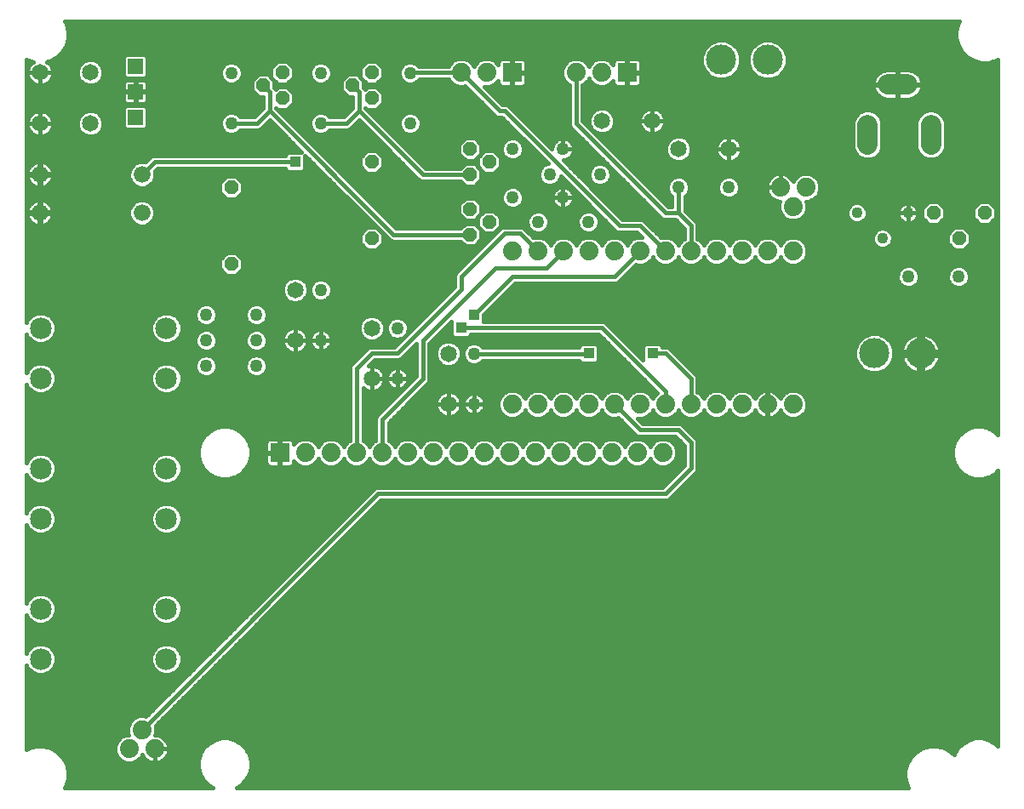
<source format=gbl>
G75*
%MOIN*%
%OFA0B0*%
%FSLAX25Y25*%
%IPPOS*%
%LPD*%
%AMOC8*
5,1,8,0,0,1.08239X$1,22.5*
%
%ADD10C,0.06500*%
%ADD11C,0.06600*%
%ADD12C,0.07874*%
%ADD13R,0.07400X0.07400*%
%ADD14C,0.07400*%
%ADD15OC8,0.05200*%
%ADD16C,0.04362*%
%ADD17C,0.05000*%
%ADD18C,0.11811*%
%ADD19C,0.08500*%
%ADD20R,0.05937X0.05937*%
%ADD21C,0.01600*%
%ADD22R,0.03962X0.03962*%
D10*
X0176800Y0161957D03*
X0176800Y0181643D03*
X0146800Y0171957D03*
X0146800Y0191643D03*
X0116800Y0186957D03*
X0116800Y0206643D03*
X0036643Y0271800D03*
X0016957Y0271800D03*
X0016957Y0291800D03*
X0036643Y0291800D03*
X0236957Y0272800D03*
X0256643Y0272800D03*
X0266957Y0261800D03*
X0286643Y0261800D03*
D11*
X0056800Y0251800D03*
X0056800Y0236800D03*
X0016800Y0236800D03*
X0016800Y0251800D03*
D12*
X0340969Y0263520D02*
X0340969Y0271394D01*
X0348843Y0287143D02*
X0356717Y0287143D01*
X0365772Y0271394D02*
X0365772Y0263520D01*
D13*
X0246800Y0291800D03*
X0201800Y0291800D03*
X0110816Y0142824D03*
D14*
X0120816Y0142824D03*
X0130816Y0142824D03*
X0140816Y0142824D03*
X0150816Y0142824D03*
X0160816Y0142824D03*
X0170816Y0142824D03*
X0180816Y0142824D03*
X0190816Y0142824D03*
X0200816Y0142824D03*
X0210816Y0142824D03*
X0220816Y0142824D03*
X0230816Y0142824D03*
X0240816Y0142824D03*
X0250816Y0142824D03*
X0260816Y0142824D03*
X0261800Y0161800D03*
X0251800Y0161800D03*
X0241800Y0161800D03*
X0231800Y0161800D03*
X0221800Y0161800D03*
X0211800Y0161800D03*
X0201800Y0161800D03*
X0271800Y0161800D03*
X0281800Y0161800D03*
X0291800Y0161800D03*
X0301800Y0161800D03*
X0311800Y0161800D03*
X0311800Y0221800D03*
X0301800Y0221800D03*
X0291800Y0221800D03*
X0281800Y0221800D03*
X0271800Y0221800D03*
X0261800Y0221800D03*
X0251800Y0221800D03*
X0241800Y0221800D03*
X0231800Y0221800D03*
X0221800Y0221800D03*
X0211800Y0221800D03*
X0201800Y0221800D03*
X0191800Y0291800D03*
X0181800Y0291800D03*
X0226800Y0291800D03*
X0236800Y0291800D03*
X0306800Y0246800D03*
X0316800Y0246800D03*
X0311800Y0239300D03*
X0056800Y0034300D03*
X0051800Y0026800D03*
X0061800Y0026800D03*
D15*
X0091800Y0216800D03*
X0091800Y0246800D03*
X0111800Y0281800D03*
X0104300Y0286800D03*
X0111800Y0291800D03*
X0139300Y0286800D03*
X0146800Y0291800D03*
X0146800Y0281800D03*
X0146800Y0256800D03*
X0146800Y0226800D03*
X0185300Y0228300D03*
X0192800Y0233300D03*
X0185300Y0238300D03*
X0185300Y0251800D03*
X0192800Y0256800D03*
X0185300Y0261800D03*
X0366800Y0236800D03*
X0376800Y0226800D03*
X0386800Y0236800D03*
D16*
X0356800Y0236800D03*
X0346800Y0226800D03*
X0336800Y0236800D03*
D17*
X0356957Y0211800D03*
X0376643Y0211800D03*
X0286643Y0246800D03*
X0266957Y0246800D03*
X0236143Y0251800D03*
X0221643Y0242800D03*
X0216457Y0251800D03*
X0221643Y0261800D03*
X0201957Y0261800D03*
X0201957Y0242800D03*
X0211957Y0233300D03*
X0231643Y0233300D03*
X0186800Y0181643D03*
X0186800Y0161957D03*
X0156800Y0171957D03*
X0156800Y0191643D03*
X0126800Y0186957D03*
X0126800Y0206643D03*
X0101643Y0196800D03*
X0101643Y0186800D03*
X0101643Y0176800D03*
X0081957Y0176800D03*
X0081957Y0186800D03*
X0081957Y0196800D03*
X0091800Y0271957D03*
X0091800Y0291643D03*
X0126800Y0291643D03*
X0126800Y0271957D03*
X0161800Y0271957D03*
X0161800Y0291643D03*
D18*
X0283700Y0296800D03*
X0301800Y0296800D03*
X0343700Y0181800D03*
X0361800Y0181800D03*
D19*
X0066406Y0171957D03*
X0066406Y0191643D03*
X0017194Y0191643D03*
X0017194Y0171957D03*
X0017194Y0136643D03*
X0017194Y0116957D03*
X0017194Y0081643D03*
X0017194Y0061957D03*
X0066406Y0061957D03*
X0066406Y0081643D03*
X0066406Y0116957D03*
X0066406Y0136643D03*
D20*
X0054300Y0274300D03*
X0054300Y0284300D03*
X0054300Y0294300D03*
D21*
X0027143Y0012516D02*
X0026614Y0011600D01*
X0084433Y0011600D01*
X0082831Y0012525D01*
X0080911Y0014445D01*
X0079553Y0016796D01*
X0078850Y0019419D01*
X0078850Y0022134D01*
X0079553Y0024757D01*
X0080911Y0027108D01*
X0082831Y0029028D01*
X0085182Y0030385D01*
X0087805Y0031088D01*
X0090520Y0031088D01*
X0093142Y0030385D01*
X0095494Y0029028D01*
X0097414Y0027108D01*
X0098771Y0024757D01*
X0099474Y0022134D01*
X0099474Y0019419D01*
X0098771Y0016796D01*
X0097414Y0014445D01*
X0095494Y0012525D01*
X0093892Y0011600D01*
X0356986Y0011600D01*
X0356457Y0012516D01*
X0355701Y0015339D01*
X0355701Y0018261D01*
X0356457Y0021084D01*
X0357918Y0023615D01*
X0359985Y0025682D01*
X0362516Y0027143D01*
X0365339Y0027899D01*
X0368261Y0027899D01*
X0371084Y0027143D01*
X0373615Y0025682D01*
X0374768Y0024529D01*
X0374829Y0024757D01*
X0376186Y0027108D01*
X0378106Y0029028D01*
X0380458Y0030385D01*
X0383080Y0031088D01*
X0385795Y0031088D01*
X0388418Y0030385D01*
X0390769Y0029028D01*
X0392000Y0027797D01*
X0392000Y0135803D01*
X0390769Y0134572D01*
X0388418Y0133215D01*
X0385795Y0132512D01*
X0383080Y0132512D01*
X0380458Y0133215D01*
X0378106Y0134572D01*
X0376186Y0136492D01*
X0374829Y0138843D01*
X0374126Y0141466D01*
X0374126Y0144181D01*
X0374829Y0146804D01*
X0376186Y0149155D01*
X0378106Y0151075D01*
X0380458Y0152433D01*
X0383080Y0153135D01*
X0385795Y0153135D01*
X0388418Y0152433D01*
X0390769Y0151075D01*
X0392000Y0149844D01*
X0392000Y0296986D01*
X0391084Y0296457D01*
X0388261Y0295701D01*
X0385339Y0295701D01*
X0382516Y0296457D01*
X0379985Y0297918D01*
X0377918Y0299985D01*
X0376457Y0302516D01*
X0375701Y0305339D01*
X0375701Y0308261D01*
X0376457Y0311084D01*
X0376986Y0312000D01*
X0026614Y0312000D01*
X0027143Y0311084D01*
X0027899Y0308261D01*
X0027899Y0305339D01*
X0027143Y0302516D01*
X0025682Y0299985D01*
X0023615Y0297918D01*
X0021084Y0296457D01*
X0019663Y0296076D01*
X0020247Y0295652D01*
X0020809Y0295090D01*
X0021277Y0294447D01*
X0021637Y0293739D01*
X0021883Y0292983D01*
X0022007Y0292197D01*
X0022007Y0291800D01*
X0016958Y0291800D01*
X0022007Y0291800D01*
X0022007Y0291403D01*
X0021883Y0290617D01*
X0021637Y0289861D01*
X0021277Y0289153D01*
X0020809Y0288510D01*
X0020247Y0287948D01*
X0019604Y0287481D01*
X0018896Y0287120D01*
X0018140Y0286874D01*
X0017355Y0286750D01*
X0016958Y0286750D01*
X0016958Y0291800D01*
X0016958Y0291800D01*
X0016957Y0291800D01*
X0011907Y0291800D01*
X0011907Y0291403D01*
X0012032Y0290617D01*
X0012277Y0289861D01*
X0012638Y0289153D01*
X0013106Y0288510D01*
X0013668Y0287948D01*
X0014311Y0287481D01*
X0015019Y0287120D01*
X0015775Y0286874D01*
X0016560Y0286750D01*
X0016957Y0286750D01*
X0016957Y0291800D01*
X0016957Y0291800D01*
X0011907Y0291800D01*
X0011907Y0292197D01*
X0012032Y0292983D01*
X0012277Y0293739D01*
X0012638Y0294447D01*
X0013106Y0295090D01*
X0013668Y0295652D01*
X0014167Y0296015D01*
X0012516Y0296457D01*
X0011600Y0296986D01*
X0011600Y0193947D01*
X0012065Y0195070D01*
X0013767Y0196771D01*
X0015990Y0197693D01*
X0018397Y0197693D01*
X0020621Y0196771D01*
X0022323Y0195070D01*
X0023244Y0192846D01*
X0023244Y0190439D01*
X0022323Y0188215D01*
X0020621Y0186514D01*
X0018397Y0185593D01*
X0015990Y0185593D01*
X0013767Y0186514D01*
X0012065Y0188215D01*
X0011600Y0189338D01*
X0011600Y0174262D01*
X0012065Y0175385D01*
X0013767Y0177086D01*
X0015990Y0178007D01*
X0018397Y0178007D01*
X0020621Y0177086D01*
X0022323Y0175385D01*
X0023244Y0173161D01*
X0023244Y0170754D01*
X0022323Y0168530D01*
X0020621Y0166829D01*
X0018397Y0165907D01*
X0015990Y0165907D01*
X0013767Y0166829D01*
X0012065Y0168530D01*
X0011600Y0169652D01*
X0011600Y0138947D01*
X0012065Y0140070D01*
X0013767Y0141771D01*
X0015990Y0142693D01*
X0018397Y0142693D01*
X0020621Y0141771D01*
X0022323Y0140070D01*
X0023244Y0137846D01*
X0023244Y0135439D01*
X0022323Y0133215D01*
X0020621Y0131514D01*
X0018397Y0130593D01*
X0015990Y0130593D01*
X0013767Y0131514D01*
X0012065Y0133215D01*
X0011600Y0134338D01*
X0011600Y0119262D01*
X0012065Y0120385D01*
X0013767Y0122086D01*
X0015990Y0123007D01*
X0018397Y0123007D01*
X0020621Y0122086D01*
X0022323Y0120385D01*
X0023244Y0118161D01*
X0023244Y0115754D01*
X0022323Y0113530D01*
X0020621Y0111829D01*
X0018397Y0110907D01*
X0015990Y0110907D01*
X0013767Y0111829D01*
X0012065Y0113530D01*
X0011600Y0114652D01*
X0011600Y0083947D01*
X0012065Y0085070D01*
X0013767Y0086771D01*
X0015990Y0087693D01*
X0018397Y0087693D01*
X0020621Y0086771D01*
X0022323Y0085070D01*
X0023244Y0082846D01*
X0023244Y0080439D01*
X0022323Y0078215D01*
X0020621Y0076514D01*
X0018397Y0075593D01*
X0015990Y0075593D01*
X0013767Y0076514D01*
X0012065Y0078215D01*
X0011600Y0079338D01*
X0011600Y0064262D01*
X0012065Y0065385D01*
X0013767Y0067086D01*
X0015990Y0068007D01*
X0018397Y0068007D01*
X0020621Y0067086D01*
X0022323Y0065385D01*
X0023244Y0063161D01*
X0023244Y0060754D01*
X0022323Y0058530D01*
X0020621Y0056829D01*
X0018397Y0055907D01*
X0015990Y0055907D01*
X0013767Y0056829D01*
X0012065Y0058530D01*
X0011600Y0059652D01*
X0011600Y0026614D01*
X0012516Y0027143D01*
X0015339Y0027899D01*
X0018261Y0027899D01*
X0021084Y0027143D01*
X0023615Y0025682D01*
X0025682Y0023615D01*
X0027143Y0021084D01*
X0027899Y0018261D01*
X0027899Y0015339D01*
X0027143Y0012516D01*
X0027325Y0013194D02*
X0082161Y0013194D01*
X0080710Y0014793D02*
X0027753Y0014793D01*
X0027899Y0016391D02*
X0079787Y0016391D01*
X0079233Y0017990D02*
X0027899Y0017990D01*
X0027544Y0019588D02*
X0078850Y0019588D01*
X0078850Y0021187D02*
X0027084Y0021187D01*
X0026161Y0022785D02*
X0048037Y0022785D01*
X0048684Y0022137D02*
X0047137Y0023684D01*
X0046300Y0025706D01*
X0046300Y0027894D01*
X0047137Y0029915D01*
X0048684Y0031463D01*
X0050706Y0032300D01*
X0051675Y0032300D01*
X0051300Y0033206D01*
X0051300Y0035394D01*
X0052137Y0037415D01*
X0053684Y0038963D01*
X0055706Y0039800D01*
X0057894Y0039800D01*
X0058410Y0039586D01*
X0147827Y0129004D01*
X0148783Y0129400D01*
X0260723Y0129400D01*
X0269200Y0137877D01*
X0269200Y0145723D01*
X0265723Y0149200D01*
X0251283Y0149200D01*
X0250327Y0149596D01*
X0249596Y0150327D01*
X0243410Y0156514D01*
X0242894Y0156300D01*
X0240706Y0156300D01*
X0238684Y0157137D01*
X0237137Y0158684D01*
X0236800Y0159499D01*
X0236463Y0158684D01*
X0234915Y0157137D01*
X0232894Y0156300D01*
X0230706Y0156300D01*
X0228684Y0157137D01*
X0227137Y0158684D01*
X0226800Y0159499D01*
X0226463Y0158684D01*
X0224915Y0157137D01*
X0222894Y0156300D01*
X0220706Y0156300D01*
X0218684Y0157137D01*
X0217137Y0158684D01*
X0216800Y0159499D01*
X0216463Y0158684D01*
X0214915Y0157137D01*
X0212894Y0156300D01*
X0210706Y0156300D01*
X0208684Y0157137D01*
X0207137Y0158684D01*
X0206800Y0159499D01*
X0206463Y0158684D01*
X0204915Y0157137D01*
X0202894Y0156300D01*
X0200706Y0156300D01*
X0198684Y0157137D01*
X0197137Y0158684D01*
X0196300Y0160706D01*
X0196300Y0162894D01*
X0197137Y0164915D01*
X0198684Y0166463D01*
X0200706Y0167300D01*
X0202894Y0167300D01*
X0204915Y0166463D01*
X0206463Y0164915D01*
X0206800Y0164101D01*
X0207137Y0164915D01*
X0208684Y0166463D01*
X0210706Y0167300D01*
X0212894Y0167300D01*
X0214915Y0166463D01*
X0216463Y0164915D01*
X0216800Y0164101D01*
X0217137Y0164915D01*
X0218684Y0166463D01*
X0220706Y0167300D01*
X0222894Y0167300D01*
X0224915Y0166463D01*
X0226463Y0164915D01*
X0226800Y0164101D01*
X0227137Y0164915D01*
X0228684Y0166463D01*
X0230706Y0167300D01*
X0232894Y0167300D01*
X0234915Y0166463D01*
X0236463Y0164915D01*
X0236800Y0164101D01*
X0237137Y0164915D01*
X0238684Y0166463D01*
X0240706Y0167300D01*
X0242894Y0167300D01*
X0244915Y0166463D01*
X0246463Y0164915D01*
X0246800Y0164101D01*
X0247137Y0164915D01*
X0248684Y0166463D01*
X0250706Y0167300D01*
X0252894Y0167300D01*
X0254915Y0166463D01*
X0256463Y0164915D01*
X0256800Y0164101D01*
X0257137Y0164915D01*
X0258572Y0166351D01*
X0235723Y0189200D01*
X0185581Y0189200D01*
X0185581Y0189073D01*
X0184527Y0188019D01*
X0179073Y0188019D01*
X0178019Y0189073D01*
X0178019Y0194342D01*
X0169400Y0185723D01*
X0169400Y0171283D01*
X0169004Y0170327D01*
X0168273Y0169596D01*
X0153416Y0154739D01*
X0153416Y0147700D01*
X0153931Y0147486D01*
X0155478Y0145939D01*
X0155816Y0145125D01*
X0156153Y0145939D01*
X0157700Y0147486D01*
X0159722Y0148324D01*
X0161910Y0148324D01*
X0163931Y0147486D01*
X0165478Y0145939D01*
X0165816Y0145125D01*
X0166153Y0145939D01*
X0167700Y0147486D01*
X0169722Y0148324D01*
X0171910Y0148324D01*
X0173931Y0147486D01*
X0175478Y0145939D01*
X0175816Y0145125D01*
X0176153Y0145939D01*
X0177700Y0147486D01*
X0179722Y0148324D01*
X0181910Y0148324D01*
X0183931Y0147486D01*
X0185478Y0145939D01*
X0185816Y0145125D01*
X0186153Y0145939D01*
X0187700Y0147486D01*
X0189722Y0148324D01*
X0191910Y0148324D01*
X0193931Y0147486D01*
X0195478Y0145939D01*
X0195816Y0145125D01*
X0196153Y0145939D01*
X0197700Y0147486D01*
X0199722Y0148324D01*
X0201910Y0148324D01*
X0203931Y0147486D01*
X0205478Y0145939D01*
X0205816Y0145125D01*
X0206153Y0145939D01*
X0207700Y0147486D01*
X0209722Y0148324D01*
X0211910Y0148324D01*
X0213931Y0147486D01*
X0215478Y0145939D01*
X0215816Y0145125D01*
X0216153Y0145939D01*
X0217700Y0147486D01*
X0219722Y0148324D01*
X0221910Y0148324D01*
X0223931Y0147486D01*
X0225478Y0145939D01*
X0225816Y0145125D01*
X0226153Y0145939D01*
X0227700Y0147486D01*
X0229722Y0148324D01*
X0231910Y0148324D01*
X0233931Y0147486D01*
X0235478Y0145939D01*
X0235816Y0145125D01*
X0236153Y0145939D01*
X0237700Y0147486D01*
X0239722Y0148324D01*
X0241910Y0148324D01*
X0243931Y0147486D01*
X0245478Y0145939D01*
X0245816Y0145125D01*
X0246153Y0145939D01*
X0247700Y0147486D01*
X0249722Y0148324D01*
X0251910Y0148324D01*
X0253931Y0147486D01*
X0255478Y0145939D01*
X0255816Y0145125D01*
X0256153Y0145939D01*
X0257700Y0147486D01*
X0259722Y0148324D01*
X0261910Y0148324D01*
X0263931Y0147486D01*
X0265478Y0145939D01*
X0266316Y0143918D01*
X0266316Y0141730D01*
X0265478Y0139708D01*
X0263931Y0138161D01*
X0261910Y0137324D01*
X0259722Y0137324D01*
X0257700Y0138161D01*
X0256153Y0139708D01*
X0255816Y0140523D01*
X0255478Y0139708D01*
X0253931Y0138161D01*
X0251910Y0137324D01*
X0249722Y0137324D01*
X0247700Y0138161D01*
X0246153Y0139708D01*
X0245816Y0140523D01*
X0245478Y0139708D01*
X0243931Y0138161D01*
X0241910Y0137324D01*
X0239722Y0137324D01*
X0237700Y0138161D01*
X0236153Y0139708D01*
X0235816Y0140523D01*
X0235478Y0139708D01*
X0233931Y0138161D01*
X0231910Y0137324D01*
X0229722Y0137324D01*
X0227700Y0138161D01*
X0226153Y0139708D01*
X0225816Y0140523D01*
X0225478Y0139708D01*
X0223931Y0138161D01*
X0221910Y0137324D01*
X0219722Y0137324D01*
X0217700Y0138161D01*
X0216153Y0139708D01*
X0215816Y0140523D01*
X0215478Y0139708D01*
X0213931Y0138161D01*
X0211910Y0137324D01*
X0209722Y0137324D01*
X0207700Y0138161D01*
X0206153Y0139708D01*
X0205816Y0140523D01*
X0205478Y0139708D01*
X0203931Y0138161D01*
X0201910Y0137324D01*
X0199722Y0137324D01*
X0197700Y0138161D01*
X0196153Y0139708D01*
X0195816Y0140523D01*
X0195478Y0139708D01*
X0193931Y0138161D01*
X0191910Y0137324D01*
X0189722Y0137324D01*
X0187700Y0138161D01*
X0186153Y0139708D01*
X0185816Y0140523D01*
X0185478Y0139708D01*
X0183931Y0138161D01*
X0181910Y0137324D01*
X0179722Y0137324D01*
X0177700Y0138161D01*
X0176153Y0139708D01*
X0175816Y0140523D01*
X0175478Y0139708D01*
X0173931Y0138161D01*
X0171910Y0137324D01*
X0169722Y0137324D01*
X0167700Y0138161D01*
X0166153Y0139708D01*
X0165816Y0140523D01*
X0165478Y0139708D01*
X0163931Y0138161D01*
X0161910Y0137324D01*
X0159722Y0137324D01*
X0157700Y0138161D01*
X0156153Y0139708D01*
X0155816Y0140523D01*
X0155478Y0139708D01*
X0153931Y0138161D01*
X0151910Y0137324D01*
X0149722Y0137324D01*
X0147700Y0138161D01*
X0146153Y0139708D01*
X0145816Y0140523D01*
X0145478Y0139708D01*
X0143931Y0138161D01*
X0141910Y0137324D01*
X0139722Y0137324D01*
X0137700Y0138161D01*
X0136153Y0139708D01*
X0135816Y0140523D01*
X0135478Y0139708D01*
X0133931Y0138161D01*
X0131910Y0137324D01*
X0129722Y0137324D01*
X0127700Y0138161D01*
X0126153Y0139708D01*
X0125816Y0140523D01*
X0125478Y0139708D01*
X0123931Y0138161D01*
X0121910Y0137324D01*
X0119722Y0137324D01*
X0117700Y0138161D01*
X0116316Y0139545D01*
X0116316Y0138887D01*
X0116193Y0138429D01*
X0115956Y0138018D01*
X0115621Y0137683D01*
X0115211Y0137446D01*
X0114753Y0137324D01*
X0111016Y0137324D01*
X0111016Y0142624D01*
X0110616Y0142624D01*
X0105316Y0142624D01*
X0105316Y0138887D01*
X0105438Y0138429D01*
X0105675Y0138018D01*
X0106011Y0137683D01*
X0106421Y0137446D01*
X0106879Y0137324D01*
X0110616Y0137324D01*
X0110616Y0142624D01*
X0110616Y0143024D01*
X0110616Y0148324D01*
X0106879Y0148324D01*
X0106421Y0148201D01*
X0106011Y0147964D01*
X0105675Y0147629D01*
X0105438Y0147218D01*
X0105316Y0146761D01*
X0105316Y0143024D01*
X0110616Y0143024D01*
X0111016Y0143024D01*
X0111016Y0148324D01*
X0114753Y0148324D01*
X0115211Y0148201D01*
X0115621Y0147964D01*
X0115956Y0147629D01*
X0116193Y0147218D01*
X0116316Y0146761D01*
X0116316Y0146102D01*
X0117700Y0147486D01*
X0119722Y0148324D01*
X0121910Y0148324D01*
X0123931Y0147486D01*
X0125478Y0145939D01*
X0125816Y0145125D01*
X0126153Y0145939D01*
X0127700Y0147486D01*
X0129722Y0148324D01*
X0131910Y0148324D01*
X0133931Y0147486D01*
X0135478Y0145939D01*
X0135816Y0145125D01*
X0136153Y0145939D01*
X0137700Y0147486D01*
X0138216Y0147700D01*
X0138216Y0176333D01*
X0138612Y0177289D01*
X0144596Y0183273D01*
X0145327Y0184004D01*
X0146283Y0184400D01*
X0155723Y0184400D01*
X0179200Y0207877D01*
X0179200Y0212317D01*
X0179596Y0213273D01*
X0196596Y0230273D01*
X0197327Y0231004D01*
X0198283Y0231400D01*
X0205317Y0231400D01*
X0206273Y0231004D01*
X0210190Y0227086D01*
X0210706Y0227300D01*
X0212894Y0227300D01*
X0214915Y0226463D01*
X0216463Y0224915D01*
X0216800Y0224101D01*
X0217137Y0224915D01*
X0218684Y0226463D01*
X0220706Y0227300D01*
X0222894Y0227300D01*
X0224915Y0226463D01*
X0226463Y0224915D01*
X0226800Y0224101D01*
X0227137Y0224915D01*
X0228684Y0226463D01*
X0230706Y0227300D01*
X0232894Y0227300D01*
X0234915Y0226463D01*
X0236463Y0224915D01*
X0236800Y0224101D01*
X0237137Y0224915D01*
X0238684Y0226463D01*
X0240706Y0227300D01*
X0242894Y0227300D01*
X0244915Y0226463D01*
X0246463Y0224915D01*
X0246800Y0224101D01*
X0247137Y0224915D01*
X0248684Y0226463D01*
X0250706Y0227300D01*
X0252623Y0227300D01*
X0250723Y0229200D01*
X0243283Y0229200D01*
X0242327Y0229596D01*
X0220757Y0251166D01*
X0220757Y0250945D01*
X0220103Y0249364D01*
X0218893Y0248155D01*
X0217313Y0247500D01*
X0215602Y0247500D01*
X0214022Y0248155D01*
X0212812Y0249364D01*
X0212157Y0250945D01*
X0212157Y0252655D01*
X0212812Y0254236D01*
X0214022Y0255445D01*
X0215602Y0256100D01*
X0215823Y0256100D01*
X0197723Y0274200D01*
X0196283Y0274200D01*
X0195327Y0274596D01*
X0183410Y0286514D01*
X0182894Y0286300D01*
X0180706Y0286300D01*
X0178684Y0287137D01*
X0177137Y0288684D01*
X0176924Y0289200D01*
X0165439Y0289200D01*
X0164236Y0287997D01*
X0162655Y0287343D01*
X0160945Y0287343D01*
X0159364Y0287997D01*
X0158155Y0289207D01*
X0157500Y0290787D01*
X0157500Y0292498D01*
X0158155Y0294078D01*
X0159364Y0295288D01*
X0160945Y0295943D01*
X0162655Y0295943D01*
X0164236Y0295288D01*
X0165124Y0294400D01*
X0176924Y0294400D01*
X0177137Y0294915D01*
X0178684Y0296463D01*
X0180706Y0297300D01*
X0182894Y0297300D01*
X0184915Y0296463D01*
X0186463Y0294915D01*
X0186800Y0294101D01*
X0187137Y0294915D01*
X0188684Y0296463D01*
X0190706Y0297300D01*
X0192894Y0297300D01*
X0194915Y0296463D01*
X0196300Y0295078D01*
X0196300Y0295737D01*
X0196423Y0296195D01*
X0196660Y0296605D01*
X0196995Y0296940D01*
X0197405Y0297177D01*
X0197863Y0297300D01*
X0201600Y0297300D01*
X0201600Y0292000D01*
X0202000Y0292000D01*
X0202000Y0297300D01*
X0205737Y0297300D01*
X0206195Y0297177D01*
X0206605Y0296940D01*
X0206940Y0296605D01*
X0207177Y0296195D01*
X0207300Y0295737D01*
X0207300Y0292000D01*
X0202000Y0292000D01*
X0202000Y0291600D01*
X0207300Y0291600D01*
X0207300Y0287863D01*
X0207177Y0287405D01*
X0206940Y0286995D01*
X0206605Y0286660D01*
X0206195Y0286423D01*
X0205737Y0286300D01*
X0202000Y0286300D01*
X0202000Y0291600D01*
X0201600Y0291600D01*
X0201600Y0286300D01*
X0197863Y0286300D01*
X0197405Y0286423D01*
X0196995Y0286660D01*
X0196660Y0286995D01*
X0196423Y0287405D01*
X0196300Y0287863D01*
X0196300Y0288522D01*
X0194915Y0287137D01*
X0192894Y0286300D01*
X0190977Y0286300D01*
X0197877Y0279400D01*
X0199317Y0279400D01*
X0200273Y0279004D01*
X0201004Y0278273D01*
X0217343Y0261934D01*
X0217343Y0262138D01*
X0217448Y0262807D01*
X0217658Y0263451D01*
X0217965Y0264054D01*
X0218363Y0264601D01*
X0218841Y0265080D01*
X0219389Y0265478D01*
X0219992Y0265785D01*
X0220636Y0265994D01*
X0221304Y0266100D01*
X0221642Y0266100D01*
X0221642Y0261800D01*
X0221643Y0261800D01*
X0225943Y0261800D01*
X0225943Y0262138D01*
X0225837Y0262807D01*
X0225627Y0263451D01*
X0225320Y0264054D01*
X0224922Y0264601D01*
X0224444Y0265080D01*
X0223896Y0265478D01*
X0223293Y0265785D01*
X0222649Y0265994D01*
X0221981Y0266100D01*
X0221643Y0266100D01*
X0221643Y0261800D01*
X0221643Y0261800D01*
X0225943Y0261800D01*
X0225943Y0261462D01*
X0225837Y0260793D01*
X0225627Y0260149D01*
X0225320Y0259546D01*
X0224922Y0258999D01*
X0224444Y0258520D01*
X0223896Y0258122D01*
X0223293Y0257815D01*
X0222649Y0257606D01*
X0221981Y0257500D01*
X0221777Y0257500D01*
X0244877Y0234400D01*
X0252317Y0234400D01*
X0253273Y0234004D01*
X0254004Y0233273D01*
X0260190Y0227086D01*
X0260706Y0227300D01*
X0262894Y0227300D01*
X0264915Y0226463D01*
X0266463Y0224915D01*
X0266800Y0224101D01*
X0267137Y0224915D01*
X0268684Y0226463D01*
X0269200Y0226676D01*
X0269200Y0230723D01*
X0265723Y0234200D01*
X0261283Y0234200D01*
X0260327Y0234596D01*
X0225327Y0269596D01*
X0224596Y0270327D01*
X0224200Y0271283D01*
X0224200Y0286924D01*
X0223684Y0287137D01*
X0222137Y0288684D01*
X0221300Y0290706D01*
X0221300Y0292894D01*
X0222137Y0294915D01*
X0223684Y0296463D01*
X0225706Y0297300D01*
X0227894Y0297300D01*
X0229915Y0296463D01*
X0231463Y0294915D01*
X0231800Y0294101D01*
X0232137Y0294915D01*
X0233684Y0296463D01*
X0235706Y0297300D01*
X0237894Y0297300D01*
X0239915Y0296463D01*
X0241300Y0295078D01*
X0241300Y0295737D01*
X0241423Y0296195D01*
X0241660Y0296605D01*
X0241995Y0296940D01*
X0242405Y0297177D01*
X0242863Y0297300D01*
X0246600Y0297300D01*
X0246600Y0292000D01*
X0247000Y0292000D01*
X0247000Y0297300D01*
X0250737Y0297300D01*
X0251195Y0297177D01*
X0251605Y0296940D01*
X0251940Y0296605D01*
X0252177Y0296195D01*
X0252300Y0295737D01*
X0252300Y0292000D01*
X0247000Y0292000D01*
X0247000Y0291600D01*
X0252300Y0291600D01*
X0252300Y0287863D01*
X0252177Y0287405D01*
X0251940Y0286995D01*
X0251605Y0286660D01*
X0251195Y0286423D01*
X0250737Y0286300D01*
X0247000Y0286300D01*
X0247000Y0291600D01*
X0246600Y0291600D01*
X0246600Y0286300D01*
X0242863Y0286300D01*
X0242405Y0286423D01*
X0241995Y0286660D01*
X0241660Y0286995D01*
X0241423Y0287405D01*
X0241300Y0287863D01*
X0241300Y0288522D01*
X0239915Y0287137D01*
X0237894Y0286300D01*
X0235706Y0286300D01*
X0233684Y0287137D01*
X0232137Y0288684D01*
X0231800Y0289499D01*
X0231463Y0288684D01*
X0229915Y0287137D01*
X0229400Y0286924D01*
X0229400Y0272877D01*
X0262877Y0239400D01*
X0264357Y0239400D01*
X0264357Y0243319D01*
X0263312Y0244364D01*
X0262657Y0245945D01*
X0262657Y0247655D01*
X0263312Y0249236D01*
X0264522Y0250445D01*
X0266102Y0251100D01*
X0267813Y0251100D01*
X0269393Y0250445D01*
X0270603Y0249236D01*
X0271257Y0247655D01*
X0271257Y0245945D01*
X0270603Y0244364D01*
X0269557Y0243319D01*
X0269557Y0237719D01*
X0274004Y0233273D01*
X0274400Y0232317D01*
X0274400Y0226676D01*
X0274915Y0226463D01*
X0276463Y0224915D01*
X0276800Y0224101D01*
X0277137Y0224915D01*
X0278684Y0226463D01*
X0280706Y0227300D01*
X0282894Y0227300D01*
X0284915Y0226463D01*
X0286463Y0224915D01*
X0286800Y0224101D01*
X0287137Y0224915D01*
X0288684Y0226463D01*
X0290706Y0227300D01*
X0292894Y0227300D01*
X0294915Y0226463D01*
X0296463Y0224915D01*
X0296800Y0224101D01*
X0297137Y0224915D01*
X0298684Y0226463D01*
X0300706Y0227300D01*
X0302894Y0227300D01*
X0304915Y0226463D01*
X0306463Y0224915D01*
X0306800Y0224101D01*
X0307137Y0224915D01*
X0308684Y0226463D01*
X0310706Y0227300D01*
X0312894Y0227300D01*
X0314915Y0226463D01*
X0316463Y0224915D01*
X0317300Y0222894D01*
X0317300Y0220706D01*
X0316463Y0218684D01*
X0314915Y0217137D01*
X0312894Y0216300D01*
X0310706Y0216300D01*
X0308684Y0217137D01*
X0307137Y0218684D01*
X0306800Y0219499D01*
X0306463Y0218684D01*
X0304915Y0217137D01*
X0302894Y0216300D01*
X0300706Y0216300D01*
X0298684Y0217137D01*
X0297137Y0218684D01*
X0296800Y0219499D01*
X0296463Y0218684D01*
X0294915Y0217137D01*
X0292894Y0216300D01*
X0290706Y0216300D01*
X0288684Y0217137D01*
X0287137Y0218684D01*
X0286800Y0219499D01*
X0286463Y0218684D01*
X0284915Y0217137D01*
X0282894Y0216300D01*
X0280706Y0216300D01*
X0278684Y0217137D01*
X0277137Y0218684D01*
X0276800Y0219499D01*
X0276463Y0218684D01*
X0274915Y0217137D01*
X0272894Y0216300D01*
X0270706Y0216300D01*
X0268684Y0217137D01*
X0267137Y0218684D01*
X0266800Y0219499D01*
X0266463Y0218684D01*
X0264915Y0217137D01*
X0262894Y0216300D01*
X0260706Y0216300D01*
X0258684Y0217137D01*
X0257137Y0218684D01*
X0256800Y0219499D01*
X0256463Y0218684D01*
X0254915Y0217137D01*
X0252894Y0216300D01*
X0250706Y0216300D01*
X0250190Y0216514D01*
X0244004Y0210327D01*
X0243273Y0209596D01*
X0242317Y0209200D01*
X0202877Y0209200D01*
X0190581Y0196904D01*
X0190581Y0194400D01*
X0237317Y0194400D01*
X0238273Y0194004D01*
X0239004Y0193273D01*
X0253019Y0179258D01*
X0253019Y0184527D01*
X0254073Y0185581D01*
X0259527Y0185581D01*
X0260581Y0184527D01*
X0260581Y0184400D01*
X0262317Y0184400D01*
X0263273Y0184004D01*
X0273273Y0174004D01*
X0274004Y0173273D01*
X0274400Y0172317D01*
X0274400Y0166676D01*
X0274915Y0166463D01*
X0276463Y0164915D01*
X0276800Y0164101D01*
X0277137Y0164915D01*
X0278684Y0166463D01*
X0280706Y0167300D01*
X0282894Y0167300D01*
X0284915Y0166463D01*
X0286463Y0164915D01*
X0286800Y0164101D01*
X0287137Y0164915D01*
X0288684Y0166463D01*
X0290706Y0167300D01*
X0292894Y0167300D01*
X0294915Y0166463D01*
X0296463Y0164915D01*
X0296800Y0164101D01*
X0297096Y0164683D01*
X0297605Y0165383D01*
X0298217Y0165995D01*
X0298917Y0166504D01*
X0299689Y0166897D01*
X0300512Y0167165D01*
X0301367Y0167300D01*
X0301600Y0167300D01*
X0301600Y0162000D01*
X0302000Y0162000D01*
X0302000Y0167300D01*
X0302233Y0167300D01*
X0303088Y0167165D01*
X0303911Y0166897D01*
X0304683Y0166504D01*
X0305383Y0165995D01*
X0305995Y0165383D01*
X0306504Y0164683D01*
X0306800Y0164101D01*
X0307137Y0164915D01*
X0308684Y0166463D01*
X0310706Y0167300D01*
X0312894Y0167300D01*
X0314915Y0166463D01*
X0316463Y0164915D01*
X0317300Y0162894D01*
X0317300Y0160706D01*
X0316463Y0158684D01*
X0314915Y0157137D01*
X0312894Y0156300D01*
X0310706Y0156300D01*
X0308684Y0157137D01*
X0307137Y0158684D01*
X0306800Y0159499D01*
X0306504Y0158917D01*
X0305995Y0158217D01*
X0305383Y0157605D01*
X0304683Y0157096D01*
X0303911Y0156703D01*
X0303088Y0156435D01*
X0302233Y0156300D01*
X0302000Y0156300D01*
X0302000Y0161600D01*
X0301600Y0161600D01*
X0301600Y0156300D01*
X0301367Y0156300D01*
X0300512Y0156435D01*
X0299689Y0156703D01*
X0298917Y0157096D01*
X0298217Y0157605D01*
X0297605Y0158217D01*
X0297096Y0158917D01*
X0296800Y0159499D01*
X0296463Y0158684D01*
X0294915Y0157137D01*
X0292894Y0156300D01*
X0290706Y0156300D01*
X0288684Y0157137D01*
X0287137Y0158684D01*
X0286800Y0159499D01*
X0286463Y0158684D01*
X0284915Y0157137D01*
X0282894Y0156300D01*
X0280706Y0156300D01*
X0278684Y0157137D01*
X0277137Y0158684D01*
X0276800Y0159499D01*
X0276463Y0158684D01*
X0274915Y0157137D01*
X0272894Y0156300D01*
X0270706Y0156300D01*
X0268684Y0157137D01*
X0267137Y0158684D01*
X0266800Y0159499D01*
X0266463Y0158684D01*
X0264915Y0157137D01*
X0262894Y0156300D01*
X0260706Y0156300D01*
X0258684Y0157137D01*
X0257137Y0158684D01*
X0256800Y0159499D01*
X0256463Y0158684D01*
X0254915Y0157137D01*
X0252894Y0156300D01*
X0250977Y0156300D01*
X0252877Y0154400D01*
X0267317Y0154400D01*
X0268273Y0154004D01*
X0273273Y0149004D01*
X0274004Y0148273D01*
X0274400Y0147317D01*
X0274400Y0136283D01*
X0274004Y0135327D01*
X0264004Y0125327D01*
X0263273Y0124596D01*
X0262317Y0124200D01*
X0150377Y0124200D01*
X0062086Y0035910D01*
X0062300Y0035394D01*
X0062300Y0033206D01*
X0061925Y0032300D01*
X0062233Y0032300D01*
X0063088Y0032165D01*
X0063911Y0031897D01*
X0064683Y0031504D01*
X0065383Y0030995D01*
X0065995Y0030383D01*
X0066504Y0029683D01*
X0066897Y0028911D01*
X0067165Y0028088D01*
X0067300Y0027233D01*
X0067300Y0026800D01*
X0061800Y0026800D01*
X0061800Y0026800D01*
X0067300Y0026800D01*
X0067300Y0026367D01*
X0067165Y0025512D01*
X0066897Y0024689D01*
X0066504Y0023917D01*
X0065995Y0023217D01*
X0065383Y0022605D01*
X0064683Y0022096D01*
X0063911Y0021703D01*
X0063088Y0021435D01*
X0062233Y0021300D01*
X0061800Y0021300D01*
X0061800Y0026800D01*
X0061800Y0026800D01*
X0061800Y0021300D01*
X0061367Y0021300D01*
X0060512Y0021435D01*
X0059689Y0021703D01*
X0058917Y0022096D01*
X0058217Y0022605D01*
X0057605Y0023217D01*
X0057096Y0023917D01*
X0056800Y0024499D01*
X0056463Y0023684D01*
X0054915Y0022137D01*
X0052894Y0021300D01*
X0050706Y0021300D01*
X0048684Y0022137D01*
X0046848Y0024384D02*
X0024913Y0024384D01*
X0023094Y0025982D02*
X0046300Y0025982D01*
X0046300Y0027581D02*
X0019450Y0027581D01*
X0014150Y0027581D02*
X0011600Y0027581D01*
X0011600Y0029179D02*
X0046832Y0029179D01*
X0048000Y0030778D02*
X0011600Y0030778D01*
X0011600Y0032376D02*
X0051644Y0032376D01*
X0051300Y0033975D02*
X0011600Y0033975D01*
X0011600Y0035573D02*
X0051374Y0035573D01*
X0052036Y0037172D02*
X0011600Y0037172D01*
X0011600Y0038770D02*
X0053492Y0038770D01*
X0056800Y0034300D02*
X0149300Y0126800D01*
X0261800Y0126800D01*
X0271800Y0136800D01*
X0271800Y0146800D01*
X0266800Y0151800D01*
X0251800Y0151800D01*
X0241800Y0161800D01*
X0239140Y0166651D02*
X0234460Y0166651D01*
X0236326Y0165053D02*
X0237274Y0165053D01*
X0237163Y0158659D02*
X0236437Y0158659D01*
X0234729Y0157060D02*
X0238871Y0157060D01*
X0244461Y0155462D02*
X0154138Y0155462D01*
X0153416Y0153863D02*
X0246060Y0153863D01*
X0247659Y0152265D02*
X0153416Y0152265D01*
X0153416Y0150666D02*
X0249257Y0150666D01*
X0247683Y0147469D02*
X0243949Y0147469D01*
X0245507Y0145870D02*
X0246125Y0145870D01*
X0246385Y0139476D02*
X0245247Y0139476D01*
X0243248Y0137878D02*
X0248384Y0137878D01*
X0253248Y0137878D02*
X0258384Y0137878D01*
X0256385Y0139476D02*
X0255247Y0139476D01*
X0255507Y0145870D02*
X0256125Y0145870D01*
X0257683Y0147469D02*
X0253949Y0147469D01*
X0251815Y0155462D02*
X0392000Y0155462D01*
X0392000Y0157060D02*
X0314729Y0157060D01*
X0316437Y0158659D02*
X0392000Y0158659D01*
X0392000Y0160257D02*
X0317114Y0160257D01*
X0317300Y0161856D02*
X0392000Y0161856D01*
X0392000Y0163454D02*
X0317068Y0163454D01*
X0316326Y0165053D02*
X0392000Y0165053D01*
X0392000Y0166651D02*
X0314460Y0166651D01*
X0309140Y0166651D02*
X0304394Y0166651D01*
X0302000Y0166651D02*
X0301600Y0166651D01*
X0301600Y0165053D02*
X0302000Y0165053D01*
X0302000Y0163454D02*
X0301600Y0163454D01*
X0301600Y0160257D02*
X0302000Y0160257D01*
X0302000Y0158659D02*
X0301600Y0158659D01*
X0301600Y0157060D02*
X0302000Y0157060D01*
X0304612Y0157060D02*
X0308871Y0157060D01*
X0307163Y0158659D02*
X0306316Y0158659D01*
X0298988Y0157060D02*
X0294729Y0157060D01*
X0296437Y0158659D02*
X0297284Y0158659D01*
X0297365Y0165053D02*
X0296326Y0165053D01*
X0294460Y0166651D02*
X0299206Y0166651D01*
X0306235Y0165053D02*
X0307274Y0165053D01*
X0289140Y0166651D02*
X0284460Y0166651D01*
X0286326Y0165053D02*
X0287274Y0165053D01*
X0287163Y0158659D02*
X0286437Y0158659D01*
X0284729Y0157060D02*
X0288871Y0157060D01*
X0278871Y0157060D02*
X0274729Y0157060D01*
X0276437Y0158659D02*
X0277163Y0158659D01*
X0271800Y0161800D02*
X0271800Y0171800D01*
X0261800Y0181800D01*
X0256800Y0181800D01*
X0253019Y0181038D02*
X0251239Y0181038D01*
X0249641Y0182636D02*
X0253019Y0182636D01*
X0253019Y0184235D02*
X0248042Y0184235D01*
X0246444Y0185833D02*
X0337030Y0185833D01*
X0337168Y0186165D02*
X0335994Y0183333D01*
X0335994Y0180267D01*
X0337168Y0177435D01*
X0339335Y0175268D01*
X0342167Y0174094D01*
X0345233Y0174094D01*
X0348065Y0175268D01*
X0350232Y0177435D01*
X0351405Y0180267D01*
X0351405Y0183333D01*
X0350232Y0186165D01*
X0348065Y0188332D01*
X0345233Y0189505D01*
X0342167Y0189505D01*
X0339335Y0188332D01*
X0337168Y0186165D01*
X0338435Y0187432D02*
X0244845Y0187432D01*
X0243247Y0189030D02*
X0341020Y0189030D01*
X0346380Y0189030D02*
X0359120Y0189030D01*
X0359318Y0189112D02*
X0358385Y0188726D01*
X0357510Y0188221D01*
X0356709Y0187606D01*
X0355994Y0186891D01*
X0355379Y0186090D01*
X0354874Y0185215D01*
X0354488Y0184282D01*
X0354226Y0183306D01*
X0354133Y0182600D01*
X0361000Y0182600D01*
X0361000Y0189467D01*
X0360293Y0189374D01*
X0359318Y0189112D01*
X0361000Y0189030D02*
X0362600Y0189030D01*
X0362600Y0189467D02*
X0362600Y0182600D01*
X0361000Y0182600D01*
X0361000Y0181000D01*
X0354133Y0181000D01*
X0354226Y0180293D01*
X0354488Y0179318D01*
X0354874Y0178385D01*
X0355379Y0177510D01*
X0355994Y0176709D01*
X0356709Y0175994D01*
X0357510Y0175379D01*
X0358385Y0174874D01*
X0359318Y0174488D01*
X0360293Y0174226D01*
X0361000Y0174133D01*
X0361000Y0181000D01*
X0362600Y0181000D01*
X0362600Y0182600D01*
X0369467Y0182600D01*
X0369374Y0183306D01*
X0369112Y0184282D01*
X0368726Y0185215D01*
X0368221Y0186090D01*
X0367606Y0186891D01*
X0366891Y0187606D01*
X0366090Y0188221D01*
X0365215Y0188726D01*
X0364282Y0189112D01*
X0363306Y0189374D01*
X0362600Y0189467D01*
X0364480Y0189030D02*
X0392000Y0189030D01*
X0392000Y0187432D02*
X0367065Y0187432D01*
X0368369Y0185833D02*
X0392000Y0185833D01*
X0392000Y0184235D02*
X0369125Y0184235D01*
X0369462Y0182636D02*
X0392000Y0182636D01*
X0392000Y0181038D02*
X0362600Y0181038D01*
X0362600Y0181000D02*
X0369467Y0181000D01*
X0369374Y0180293D01*
X0369112Y0179318D01*
X0368726Y0178385D01*
X0368221Y0177510D01*
X0367606Y0176709D01*
X0366891Y0175994D01*
X0366090Y0175379D01*
X0365215Y0174874D01*
X0364282Y0174488D01*
X0363306Y0174226D01*
X0362600Y0174133D01*
X0362600Y0181000D01*
X0362600Y0179439D02*
X0361000Y0179439D01*
X0361000Y0177841D02*
X0362600Y0177841D01*
X0362600Y0176242D02*
X0361000Y0176242D01*
X0361000Y0174644D02*
X0362600Y0174644D01*
X0364659Y0174644D02*
X0392000Y0174644D01*
X0392000Y0176242D02*
X0367139Y0176242D01*
X0368412Y0177841D02*
X0392000Y0177841D01*
X0392000Y0179439D02*
X0369145Y0179439D01*
X0362600Y0182636D02*
X0361000Y0182636D01*
X0361000Y0181038D02*
X0351405Y0181038D01*
X0351405Y0182636D02*
X0354138Y0182636D01*
X0354475Y0184235D02*
X0351032Y0184235D01*
X0350370Y0185833D02*
X0355231Y0185833D01*
X0356535Y0187432D02*
X0348965Y0187432D01*
X0351062Y0179439D02*
X0354455Y0179439D01*
X0355188Y0177841D02*
X0350400Y0177841D01*
X0349039Y0176242D02*
X0356461Y0176242D01*
X0358941Y0174644D02*
X0346559Y0174644D01*
X0340841Y0174644D02*
X0272633Y0174644D01*
X0274098Y0173045D02*
X0392000Y0173045D01*
X0392000Y0171447D02*
X0274400Y0171447D01*
X0274400Y0169848D02*
X0392000Y0169848D01*
X0392000Y0168250D02*
X0274400Y0168250D01*
X0274460Y0166651D02*
X0279140Y0166651D01*
X0277274Y0165053D02*
X0276326Y0165053D01*
X0267163Y0158659D02*
X0266437Y0158659D01*
X0264729Y0157060D02*
X0268871Y0157060D01*
X0268414Y0153863D02*
X0392000Y0153863D01*
X0392000Y0152265D02*
X0388709Y0152265D01*
X0391178Y0150666D02*
X0392000Y0150666D01*
X0380166Y0152265D02*
X0270012Y0152265D01*
X0271611Y0150666D02*
X0377697Y0150666D01*
X0376136Y0149068D02*
X0273209Y0149068D01*
X0274337Y0147469D02*
X0375213Y0147469D01*
X0374579Y0145870D02*
X0274400Y0145870D01*
X0274400Y0144272D02*
X0374150Y0144272D01*
X0374126Y0142673D02*
X0274400Y0142673D01*
X0274400Y0141075D02*
X0374231Y0141075D01*
X0374659Y0139476D02*
X0274400Y0139476D01*
X0274400Y0137878D02*
X0375386Y0137878D01*
X0376399Y0136279D02*
X0274399Y0136279D01*
X0273358Y0134681D02*
X0377997Y0134681D01*
X0380951Y0133082D02*
X0271759Y0133082D01*
X0270161Y0131484D02*
X0392000Y0131484D01*
X0392000Y0133082D02*
X0387925Y0133082D01*
X0390878Y0134681D02*
X0392000Y0134681D01*
X0392000Y0129885D02*
X0268562Y0129885D01*
X0266964Y0128287D02*
X0392000Y0128287D01*
X0392000Y0126688D02*
X0265365Y0126688D01*
X0263767Y0125090D02*
X0392000Y0125090D01*
X0392000Y0123491D02*
X0149668Y0123491D01*
X0148070Y0121893D02*
X0392000Y0121893D01*
X0392000Y0120294D02*
X0146471Y0120294D01*
X0144873Y0118696D02*
X0392000Y0118696D01*
X0392000Y0117097D02*
X0143274Y0117097D01*
X0141676Y0115499D02*
X0392000Y0115499D01*
X0392000Y0113900D02*
X0140077Y0113900D01*
X0138479Y0112302D02*
X0392000Y0112302D01*
X0392000Y0110703D02*
X0136880Y0110703D01*
X0135282Y0109105D02*
X0392000Y0109105D01*
X0392000Y0107506D02*
X0133683Y0107506D01*
X0132085Y0105908D02*
X0392000Y0105908D01*
X0392000Y0104309D02*
X0130486Y0104309D01*
X0128888Y0102711D02*
X0392000Y0102711D01*
X0392000Y0101112D02*
X0127289Y0101112D01*
X0125691Y0099514D02*
X0392000Y0099514D01*
X0392000Y0097915D02*
X0124092Y0097915D01*
X0122494Y0096317D02*
X0392000Y0096317D01*
X0392000Y0094718D02*
X0120895Y0094718D01*
X0119297Y0093120D02*
X0392000Y0093120D01*
X0392000Y0091521D02*
X0117698Y0091521D01*
X0116100Y0089923D02*
X0392000Y0089923D01*
X0392000Y0088324D02*
X0114501Y0088324D01*
X0112903Y0086726D02*
X0392000Y0086726D01*
X0392000Y0085127D02*
X0111304Y0085127D01*
X0109705Y0083529D02*
X0392000Y0083529D01*
X0392000Y0081930D02*
X0108107Y0081930D01*
X0106508Y0080332D02*
X0392000Y0080332D01*
X0392000Y0078733D02*
X0104910Y0078733D01*
X0103311Y0077134D02*
X0392000Y0077134D01*
X0392000Y0075536D02*
X0101713Y0075536D01*
X0100114Y0073937D02*
X0392000Y0073937D01*
X0392000Y0072339D02*
X0098516Y0072339D01*
X0096917Y0070740D02*
X0392000Y0070740D01*
X0392000Y0069142D02*
X0095319Y0069142D01*
X0093720Y0067543D02*
X0392000Y0067543D01*
X0392000Y0065945D02*
X0092122Y0065945D01*
X0090523Y0064346D02*
X0392000Y0064346D01*
X0392000Y0062748D02*
X0088925Y0062748D01*
X0087326Y0061149D02*
X0392000Y0061149D01*
X0392000Y0059551D02*
X0085728Y0059551D01*
X0084129Y0057952D02*
X0392000Y0057952D01*
X0392000Y0056354D02*
X0082531Y0056354D01*
X0080932Y0054755D02*
X0392000Y0054755D01*
X0392000Y0053157D02*
X0079334Y0053157D01*
X0077735Y0051558D02*
X0392000Y0051558D01*
X0392000Y0049960D02*
X0076137Y0049960D01*
X0074538Y0048361D02*
X0392000Y0048361D01*
X0392000Y0046763D02*
X0072940Y0046763D01*
X0071341Y0045164D02*
X0392000Y0045164D01*
X0392000Y0043566D02*
X0069743Y0043566D01*
X0068144Y0041967D02*
X0392000Y0041967D01*
X0392000Y0040369D02*
X0066546Y0040369D01*
X0064947Y0038770D02*
X0392000Y0038770D01*
X0392000Y0037172D02*
X0063349Y0037172D01*
X0062226Y0035573D02*
X0392000Y0035573D01*
X0392000Y0033975D02*
X0062300Y0033975D01*
X0061956Y0032376D02*
X0392000Y0032376D01*
X0392000Y0030778D02*
X0386954Y0030778D01*
X0390507Y0029179D02*
X0392000Y0029179D01*
X0381921Y0030778D02*
X0091679Y0030778D01*
X0095232Y0029179D02*
X0378368Y0029179D01*
X0376659Y0027581D02*
X0369450Y0027581D01*
X0373094Y0025982D02*
X0375536Y0025982D01*
X0364150Y0027581D02*
X0096941Y0027581D01*
X0098064Y0025982D02*
X0360506Y0025982D01*
X0358687Y0024384D02*
X0098871Y0024384D01*
X0099300Y0022785D02*
X0357439Y0022785D01*
X0356516Y0021187D02*
X0099474Y0021187D01*
X0099474Y0019588D02*
X0356056Y0019588D01*
X0355701Y0017990D02*
X0099091Y0017990D01*
X0098537Y0016391D02*
X0355701Y0016391D01*
X0355847Y0014793D02*
X0097614Y0014793D01*
X0096163Y0013194D02*
X0356275Y0013194D01*
X0261208Y0129885D02*
X0011600Y0129885D01*
X0011600Y0128287D02*
X0147110Y0128287D01*
X0145511Y0126688D02*
X0011600Y0126688D01*
X0011600Y0125090D02*
X0143913Y0125090D01*
X0142314Y0123491D02*
X0011600Y0123491D01*
X0011600Y0121893D02*
X0013573Y0121893D01*
X0012027Y0120294D02*
X0011600Y0120294D01*
X0011600Y0113900D02*
X0011912Y0113900D01*
X0011600Y0112302D02*
X0013293Y0112302D01*
X0011600Y0110703D02*
X0129526Y0110703D01*
X0127928Y0109105D02*
X0011600Y0109105D01*
X0011600Y0107506D02*
X0126329Y0107506D01*
X0124731Y0105908D02*
X0011600Y0105908D01*
X0011600Y0104309D02*
X0123132Y0104309D01*
X0121534Y0102711D02*
X0011600Y0102711D01*
X0011600Y0101112D02*
X0119935Y0101112D01*
X0118337Y0099514D02*
X0011600Y0099514D01*
X0011600Y0097915D02*
X0116738Y0097915D01*
X0115140Y0096317D02*
X0011600Y0096317D01*
X0011600Y0094718D02*
X0113541Y0094718D01*
X0111943Y0093120D02*
X0011600Y0093120D01*
X0011600Y0091521D02*
X0110344Y0091521D01*
X0108746Y0089923D02*
X0011600Y0089923D01*
X0011600Y0088324D02*
X0107147Y0088324D01*
X0105549Y0086726D02*
X0069879Y0086726D01*
X0069833Y0086771D02*
X0067610Y0087693D01*
X0065203Y0087693D01*
X0062979Y0086771D01*
X0061277Y0085070D01*
X0060356Y0082846D01*
X0060356Y0080439D01*
X0061277Y0078215D01*
X0062979Y0076514D01*
X0065203Y0075593D01*
X0067610Y0075593D01*
X0069833Y0076514D01*
X0071535Y0078215D01*
X0072456Y0080439D01*
X0072456Y0082846D01*
X0071535Y0085070D01*
X0069833Y0086771D01*
X0071478Y0085127D02*
X0103950Y0085127D01*
X0102352Y0083529D02*
X0072174Y0083529D01*
X0072456Y0081930D02*
X0100753Y0081930D01*
X0099155Y0080332D02*
X0072412Y0080332D01*
X0071750Y0078733D02*
X0097556Y0078733D01*
X0095958Y0077134D02*
X0070454Y0077134D01*
X0062358Y0077134D02*
X0021242Y0077134D01*
X0022537Y0078733D02*
X0061063Y0078733D01*
X0060401Y0080332D02*
X0023199Y0080332D01*
X0023244Y0081930D02*
X0060356Y0081930D01*
X0060639Y0083529D02*
X0022961Y0083529D01*
X0022265Y0085127D02*
X0061335Y0085127D01*
X0062933Y0086726D02*
X0020667Y0086726D01*
X0013721Y0086726D02*
X0011600Y0086726D01*
X0011600Y0085127D02*
X0012122Y0085127D01*
X0011850Y0078733D02*
X0011600Y0078733D01*
X0011600Y0077134D02*
X0013146Y0077134D01*
X0011600Y0075536D02*
X0094359Y0075536D01*
X0092761Y0073937D02*
X0011600Y0073937D01*
X0011600Y0072339D02*
X0091162Y0072339D01*
X0089564Y0070740D02*
X0011600Y0070740D01*
X0011600Y0069142D02*
X0087965Y0069142D01*
X0086366Y0067543D02*
X0068730Y0067543D01*
X0069833Y0067086D02*
X0067610Y0068007D01*
X0065203Y0068007D01*
X0062979Y0067086D01*
X0061277Y0065385D01*
X0060356Y0063161D01*
X0060356Y0060754D01*
X0061277Y0058530D01*
X0062979Y0056829D01*
X0065203Y0055907D01*
X0067610Y0055907D01*
X0069833Y0056829D01*
X0071535Y0058530D01*
X0072456Y0060754D01*
X0072456Y0063161D01*
X0071535Y0065385D01*
X0069833Y0067086D01*
X0070975Y0065945D02*
X0084768Y0065945D01*
X0083169Y0064346D02*
X0071965Y0064346D01*
X0072456Y0062748D02*
X0081571Y0062748D01*
X0079972Y0061149D02*
X0072456Y0061149D01*
X0071958Y0059551D02*
X0078374Y0059551D01*
X0076775Y0057952D02*
X0070957Y0057952D01*
X0068687Y0056354D02*
X0075177Y0056354D01*
X0073578Y0054755D02*
X0011600Y0054755D01*
X0011600Y0053157D02*
X0071980Y0053157D01*
X0070381Y0051558D02*
X0011600Y0051558D01*
X0011600Y0049960D02*
X0068783Y0049960D01*
X0067184Y0048361D02*
X0011600Y0048361D01*
X0011600Y0046763D02*
X0065586Y0046763D01*
X0063987Y0045164D02*
X0011600Y0045164D01*
X0011600Y0043566D02*
X0062389Y0043566D01*
X0060790Y0041967D02*
X0011600Y0041967D01*
X0011600Y0040369D02*
X0059192Y0040369D01*
X0065600Y0030778D02*
X0086646Y0030778D01*
X0083093Y0029179D02*
X0066761Y0029179D01*
X0067245Y0027581D02*
X0081383Y0027581D01*
X0080261Y0025982D02*
X0067239Y0025982D01*
X0066742Y0024384D02*
X0079453Y0024384D01*
X0079025Y0022785D02*
X0065563Y0022785D01*
X0061800Y0022785D02*
X0061800Y0022785D01*
X0061800Y0024384D02*
X0061800Y0024384D01*
X0061800Y0025982D02*
X0061800Y0025982D01*
X0058037Y0022785D02*
X0055563Y0022785D01*
X0056752Y0024384D02*
X0056858Y0024384D01*
X0064125Y0056354D02*
X0019475Y0056354D01*
X0021745Y0057952D02*
X0061855Y0057952D01*
X0060855Y0059551D02*
X0022745Y0059551D01*
X0023244Y0061149D02*
X0060356Y0061149D01*
X0060356Y0062748D02*
X0023244Y0062748D01*
X0022753Y0064346D02*
X0060847Y0064346D01*
X0061838Y0065945D02*
X0021762Y0065945D01*
X0019517Y0067543D02*
X0064083Y0067543D01*
X0014870Y0067543D02*
X0011600Y0067543D01*
X0011600Y0065945D02*
X0012625Y0065945D01*
X0011635Y0064346D02*
X0011600Y0064346D01*
X0011600Y0059551D02*
X0011642Y0059551D01*
X0011600Y0057952D02*
X0012643Y0057952D01*
X0011600Y0056354D02*
X0014913Y0056354D01*
X0021094Y0112302D02*
X0062506Y0112302D01*
X0062979Y0111829D02*
X0065203Y0110907D01*
X0067610Y0110907D01*
X0069833Y0111829D01*
X0071535Y0113530D01*
X0072456Y0115754D01*
X0072456Y0118161D01*
X0071535Y0120385D01*
X0069833Y0122086D01*
X0067610Y0123007D01*
X0065203Y0123007D01*
X0062979Y0122086D01*
X0061277Y0120385D01*
X0060356Y0118161D01*
X0060356Y0115754D01*
X0061277Y0113530D01*
X0062979Y0111829D01*
X0061124Y0113900D02*
X0022476Y0113900D01*
X0023138Y0115499D02*
X0060462Y0115499D01*
X0060356Y0117097D02*
X0023244Y0117097D01*
X0023022Y0118696D02*
X0060578Y0118696D01*
X0061240Y0120294D02*
X0022360Y0120294D01*
X0020814Y0121893D02*
X0062786Y0121893D01*
X0070027Y0121893D02*
X0140716Y0121893D01*
X0139117Y0120294D02*
X0071573Y0120294D01*
X0072235Y0118696D02*
X0137519Y0118696D01*
X0135920Y0117097D02*
X0072456Y0117097D01*
X0072351Y0115499D02*
X0134322Y0115499D01*
X0132723Y0113900D02*
X0071688Y0113900D01*
X0070307Y0112302D02*
X0131125Y0112302D01*
X0133248Y0137878D02*
X0138384Y0137878D01*
X0136385Y0139476D02*
X0135247Y0139476D01*
X0140816Y0142824D02*
X0140816Y0175816D01*
X0146800Y0181800D01*
X0156800Y0181800D01*
X0181800Y0206800D01*
X0181800Y0211800D01*
X0198800Y0228800D01*
X0204800Y0228800D01*
X0211800Y0221800D01*
X0215582Y0225796D02*
X0218018Y0225796D01*
X0216840Y0224198D02*
X0216760Y0224198D01*
X0221800Y0221800D02*
X0215300Y0215300D01*
X0195300Y0215300D01*
X0166800Y0186800D01*
X0166800Y0171800D01*
X0150816Y0155816D01*
X0150816Y0142824D01*
X0145816Y0145125D02*
X0145478Y0145939D01*
X0143931Y0147486D01*
X0143416Y0147700D01*
X0143416Y0168200D01*
X0143510Y0168106D01*
X0144153Y0167638D01*
X0144861Y0167277D01*
X0145617Y0167032D01*
X0146403Y0166907D01*
X0146800Y0166907D01*
X0147197Y0166907D01*
X0147983Y0167032D01*
X0148739Y0167277D01*
X0149447Y0167638D01*
X0150090Y0168106D01*
X0150652Y0168668D01*
X0151119Y0169311D01*
X0151480Y0170019D01*
X0151726Y0170775D01*
X0151850Y0171560D01*
X0151850Y0171957D01*
X0146800Y0171957D01*
X0146800Y0166907D01*
X0146800Y0171957D01*
X0146800Y0171957D01*
X0146800Y0171958D01*
X0146800Y0177007D01*
X0146403Y0177007D01*
X0145617Y0176883D01*
X0145532Y0176855D01*
X0147877Y0179200D01*
X0157317Y0179200D01*
X0158273Y0179596D01*
X0164200Y0185523D01*
X0164200Y0172877D01*
X0148612Y0157289D01*
X0148216Y0156333D01*
X0148216Y0147700D01*
X0147700Y0147486D01*
X0146153Y0145939D01*
X0145816Y0145125D01*
X0145507Y0145870D02*
X0146125Y0145870D01*
X0147683Y0147469D02*
X0143949Y0147469D01*
X0143416Y0149068D02*
X0148216Y0149068D01*
X0148216Y0150666D02*
X0143416Y0150666D01*
X0143416Y0152265D02*
X0148216Y0152265D01*
X0148216Y0153863D02*
X0143416Y0153863D01*
X0143416Y0155462D02*
X0148216Y0155462D01*
X0148517Y0157060D02*
X0143416Y0157060D01*
X0143416Y0158659D02*
X0149982Y0158659D01*
X0151580Y0160257D02*
X0143416Y0160257D01*
X0143416Y0161856D02*
X0153179Y0161856D01*
X0154777Y0163454D02*
X0143416Y0163454D01*
X0143416Y0165053D02*
X0156376Y0165053D01*
X0157974Y0166651D02*
X0143416Y0166651D01*
X0146800Y0168250D02*
X0146800Y0168250D01*
X0146800Y0169848D02*
X0146800Y0169848D01*
X0146800Y0171447D02*
X0146800Y0171447D01*
X0146800Y0171958D02*
X0151850Y0171958D01*
X0151850Y0172355D01*
X0151726Y0173140D01*
X0151480Y0173896D01*
X0151119Y0174604D01*
X0150652Y0175247D01*
X0150090Y0175809D01*
X0149447Y0176277D01*
X0148739Y0176637D01*
X0147983Y0176883D01*
X0147197Y0177007D01*
X0146800Y0177007D01*
X0146800Y0171958D01*
X0146800Y0171958D01*
X0146800Y0173045D02*
X0146800Y0173045D01*
X0146800Y0174644D02*
X0146800Y0174644D01*
X0146800Y0176242D02*
X0146800Y0176242D01*
X0146518Y0177841D02*
X0164200Y0177841D01*
X0164200Y0179439D02*
X0157895Y0179439D01*
X0159715Y0181038D02*
X0164200Y0181038D01*
X0164200Y0182636D02*
X0161313Y0182636D01*
X0162912Y0184235D02*
X0164200Y0184235D01*
X0169400Y0184235D02*
X0172408Y0184235D01*
X0172519Y0184503D02*
X0171750Y0182647D01*
X0171750Y0180638D01*
X0172519Y0178782D01*
X0173939Y0177361D01*
X0175795Y0176593D01*
X0177805Y0176593D01*
X0179661Y0177361D01*
X0181081Y0178782D01*
X0181850Y0180638D01*
X0181850Y0182647D01*
X0181081Y0184503D01*
X0179661Y0185924D01*
X0177805Y0186693D01*
X0175795Y0186693D01*
X0173939Y0185924D01*
X0172519Y0184503D01*
X0173849Y0185833D02*
X0169510Y0185833D01*
X0171109Y0187432D02*
X0237491Y0187432D01*
X0235893Y0189030D02*
X0185538Y0189030D01*
X0185945Y0185943D02*
X0184364Y0185288D01*
X0183155Y0184078D01*
X0182500Y0182498D01*
X0182500Y0180787D01*
X0183155Y0179207D01*
X0184364Y0177997D01*
X0185945Y0177343D01*
X0187655Y0177343D01*
X0189236Y0177997D01*
X0190281Y0179043D01*
X0228050Y0179043D01*
X0229073Y0178019D01*
X0234527Y0178019D01*
X0235581Y0179073D01*
X0235581Y0184527D01*
X0234527Y0185581D01*
X0229073Y0185581D01*
X0228019Y0184527D01*
X0228019Y0184243D01*
X0190281Y0184243D01*
X0189236Y0185288D01*
X0187655Y0185943D01*
X0185945Y0185943D01*
X0185681Y0185833D02*
X0179751Y0185833D01*
X0181192Y0184235D02*
X0183311Y0184235D01*
X0182557Y0182636D02*
X0181850Y0182636D01*
X0181850Y0181038D02*
X0182500Y0181038D01*
X0183058Y0179439D02*
X0181353Y0179439D01*
X0180140Y0177841D02*
X0184742Y0177841D01*
X0188858Y0177841D02*
X0247082Y0177841D01*
X0245484Y0179439D02*
X0235581Y0179439D01*
X0235581Y0181038D02*
X0243885Y0181038D01*
X0242287Y0182636D02*
X0235581Y0182636D01*
X0235581Y0184235D02*
X0240688Y0184235D01*
X0239090Y0185833D02*
X0187919Y0185833D01*
X0186800Y0181643D02*
X0231643Y0181643D01*
X0231800Y0181800D01*
X0241648Y0190629D02*
X0392000Y0190629D01*
X0392000Y0192227D02*
X0240050Y0192227D01*
X0238451Y0193826D02*
X0392000Y0193826D01*
X0392000Y0195424D02*
X0190581Y0195424D01*
X0190700Y0197023D02*
X0392000Y0197023D01*
X0392000Y0198621D02*
X0192298Y0198621D01*
X0193897Y0200220D02*
X0392000Y0200220D01*
X0392000Y0201818D02*
X0195495Y0201818D01*
X0197094Y0203417D02*
X0392000Y0203417D01*
X0392000Y0205015D02*
X0198692Y0205015D01*
X0200291Y0206614D02*
X0392000Y0206614D01*
X0392000Y0208212D02*
X0379136Y0208212D01*
X0379078Y0208155D02*
X0380288Y0209364D01*
X0380943Y0210945D01*
X0380943Y0212655D01*
X0380288Y0214236D01*
X0379078Y0215445D01*
X0377498Y0216100D01*
X0375787Y0216100D01*
X0374207Y0215445D01*
X0372997Y0214236D01*
X0372343Y0212655D01*
X0372343Y0210945D01*
X0372997Y0209364D01*
X0374207Y0208155D01*
X0375787Y0207500D01*
X0377498Y0207500D01*
X0379078Y0208155D01*
X0380473Y0209811D02*
X0392000Y0209811D01*
X0392000Y0211409D02*
X0380943Y0211409D01*
X0380796Y0213008D02*
X0392000Y0213008D01*
X0392000Y0214606D02*
X0379917Y0214606D01*
X0373368Y0214606D02*
X0360232Y0214606D01*
X0360603Y0214236D02*
X0359393Y0215445D01*
X0357813Y0216100D01*
X0356102Y0216100D01*
X0354522Y0215445D01*
X0353312Y0214236D01*
X0352657Y0212655D01*
X0352657Y0210945D01*
X0353312Y0209364D01*
X0354522Y0208155D01*
X0356102Y0207500D01*
X0357813Y0207500D01*
X0359393Y0208155D01*
X0360603Y0209364D01*
X0361257Y0210945D01*
X0361257Y0212655D01*
X0360603Y0214236D01*
X0361111Y0213008D02*
X0372489Y0213008D01*
X0372343Y0211409D02*
X0361257Y0211409D01*
X0360788Y0209811D02*
X0372812Y0209811D01*
X0374149Y0208212D02*
X0359451Y0208212D01*
X0354464Y0208212D02*
X0201889Y0208212D01*
X0201800Y0211800D02*
X0186800Y0196800D01*
X0181800Y0191800D02*
X0236800Y0191800D01*
X0261800Y0166800D01*
X0261800Y0161800D01*
X0257274Y0165053D02*
X0256326Y0165053D01*
X0254460Y0166651D02*
X0258272Y0166651D01*
X0256673Y0168250D02*
X0166927Y0168250D01*
X0168525Y0169848D02*
X0255075Y0169848D01*
X0253476Y0171447D02*
X0169400Y0171447D01*
X0169400Y0173045D02*
X0251878Y0173045D01*
X0250279Y0174644D02*
X0169400Y0174644D01*
X0169400Y0176242D02*
X0248681Y0176242D01*
X0252838Y0179439D02*
X0253019Y0179439D01*
X0262716Y0184235D02*
X0336368Y0184235D01*
X0335994Y0182636D02*
X0264641Y0182636D01*
X0266239Y0181038D02*
X0335994Y0181038D01*
X0336337Y0179439D02*
X0267838Y0179439D01*
X0269436Y0177841D02*
X0337000Y0177841D01*
X0338361Y0176242D02*
X0271035Y0176242D01*
X0257163Y0158659D02*
X0256437Y0158659D01*
X0254729Y0157060D02*
X0258871Y0157060D01*
X0265856Y0149068D02*
X0153416Y0149068D01*
X0153949Y0147469D02*
X0157683Y0147469D01*
X0156125Y0145870D02*
X0155507Y0145870D01*
X0155247Y0139476D02*
X0156385Y0139476D01*
X0158384Y0137878D02*
X0153248Y0137878D01*
X0148384Y0137878D02*
X0143248Y0137878D01*
X0145247Y0139476D02*
X0146385Y0139476D01*
X0137683Y0147469D02*
X0133949Y0147469D01*
X0135507Y0145870D02*
X0136125Y0145870D01*
X0138216Y0149068D02*
X0097464Y0149068D01*
X0097414Y0149155D02*
X0095494Y0151075D01*
X0093142Y0152433D01*
X0090520Y0153135D01*
X0087805Y0153135D01*
X0085182Y0152433D01*
X0082831Y0151075D01*
X0080911Y0149155D01*
X0079553Y0146804D01*
X0078850Y0144181D01*
X0078850Y0141466D01*
X0079553Y0138843D01*
X0080911Y0136492D01*
X0082831Y0134572D01*
X0085182Y0133215D01*
X0087805Y0132512D01*
X0090520Y0132512D01*
X0093142Y0133215D01*
X0095494Y0134572D01*
X0097414Y0136492D01*
X0098771Y0138843D01*
X0099474Y0141466D01*
X0099474Y0144181D01*
X0098771Y0146804D01*
X0097414Y0149155D01*
X0098387Y0147469D02*
X0105583Y0147469D01*
X0105316Y0145870D02*
X0099021Y0145870D01*
X0099450Y0144272D02*
X0105316Y0144272D01*
X0105316Y0141075D02*
X0099369Y0141075D01*
X0099474Y0142673D02*
X0110616Y0142673D01*
X0110616Y0141075D02*
X0111016Y0141075D01*
X0111016Y0139476D02*
X0110616Y0139476D01*
X0110616Y0137878D02*
X0111016Y0137878D01*
X0115816Y0137878D02*
X0118384Y0137878D01*
X0116385Y0139476D02*
X0116316Y0139476D01*
X0111016Y0144272D02*
X0110616Y0144272D01*
X0110616Y0145870D02*
X0111016Y0145870D01*
X0111016Y0147469D02*
X0110616Y0147469D01*
X0116048Y0147469D02*
X0117683Y0147469D01*
X0123949Y0147469D02*
X0127683Y0147469D01*
X0126125Y0145870D02*
X0125507Y0145870D01*
X0125247Y0139476D02*
X0126385Y0139476D01*
X0128384Y0137878D02*
X0123248Y0137878D01*
X0105816Y0137878D02*
X0098214Y0137878D01*
X0098941Y0139476D02*
X0105316Y0139476D01*
X0097201Y0136279D02*
X0267602Y0136279D01*
X0266004Y0134681D02*
X0095603Y0134681D01*
X0092649Y0133082D02*
X0264405Y0133082D01*
X0262807Y0131484D02*
X0069762Y0131484D01*
X0069833Y0131514D02*
X0071535Y0133215D01*
X0072456Y0135439D01*
X0072456Y0137846D01*
X0071535Y0140070D01*
X0069833Y0141771D01*
X0067610Y0142693D01*
X0065203Y0142693D01*
X0062979Y0141771D01*
X0061277Y0140070D01*
X0060356Y0137846D01*
X0060356Y0135439D01*
X0061277Y0133215D01*
X0062979Y0131514D01*
X0065203Y0130593D01*
X0067610Y0130593D01*
X0069833Y0131514D01*
X0071402Y0133082D02*
X0085675Y0133082D01*
X0082722Y0134681D02*
X0072142Y0134681D01*
X0072456Y0136279D02*
X0081123Y0136279D01*
X0080111Y0137878D02*
X0072443Y0137878D01*
X0071781Y0139476D02*
X0079384Y0139476D01*
X0078955Y0141075D02*
X0070530Y0141075D01*
X0067656Y0142673D02*
X0078850Y0142673D01*
X0078875Y0144272D02*
X0011600Y0144272D01*
X0011600Y0145870D02*
X0079303Y0145870D01*
X0079937Y0147469D02*
X0011600Y0147469D01*
X0011600Y0149068D02*
X0080860Y0149068D01*
X0082422Y0150666D02*
X0011600Y0150666D01*
X0011600Y0152265D02*
X0084891Y0152265D01*
X0093434Y0152265D02*
X0138216Y0152265D01*
X0138216Y0153863D02*
X0011600Y0153863D01*
X0011600Y0155462D02*
X0138216Y0155462D01*
X0138216Y0157060D02*
X0011600Y0157060D01*
X0011600Y0158659D02*
X0138216Y0158659D01*
X0138216Y0160257D02*
X0011600Y0160257D01*
X0011600Y0161856D02*
X0138216Y0161856D01*
X0138216Y0163454D02*
X0011600Y0163454D01*
X0011600Y0165053D02*
X0138216Y0165053D01*
X0138216Y0166651D02*
X0069405Y0166651D01*
X0069833Y0166829D02*
X0071535Y0168530D01*
X0072456Y0170754D01*
X0072456Y0173161D01*
X0071535Y0175385D01*
X0069833Y0177086D01*
X0067610Y0178007D01*
X0065203Y0178007D01*
X0062979Y0177086D01*
X0061277Y0175385D01*
X0060356Y0173161D01*
X0060356Y0170754D01*
X0061277Y0168530D01*
X0062979Y0166829D01*
X0065203Y0165907D01*
X0067610Y0165907D01*
X0069833Y0166829D01*
X0071254Y0168250D02*
X0138216Y0168250D01*
X0138216Y0169848D02*
X0072081Y0169848D01*
X0072456Y0171447D02*
X0138216Y0171447D01*
X0138216Y0173045D02*
X0103814Y0173045D01*
X0104078Y0173155D02*
X0105288Y0174364D01*
X0105943Y0175945D01*
X0105943Y0177655D01*
X0105288Y0179236D01*
X0104078Y0180445D01*
X0102498Y0181100D01*
X0100787Y0181100D01*
X0099207Y0180445D01*
X0097997Y0179236D01*
X0097343Y0177655D01*
X0097343Y0175945D01*
X0097997Y0174364D01*
X0099207Y0173155D01*
X0100787Y0172500D01*
X0102498Y0172500D01*
X0104078Y0173155D01*
X0105404Y0174644D02*
X0138216Y0174644D01*
X0138216Y0176242D02*
X0105943Y0176242D01*
X0105866Y0177841D02*
X0139164Y0177841D01*
X0140762Y0179439D02*
X0105084Y0179439D01*
X0102648Y0181038D02*
X0142361Y0181038D01*
X0143959Y0182636D02*
X0119443Y0182636D01*
X0119447Y0182638D02*
X0120090Y0183106D01*
X0120652Y0183668D01*
X0121119Y0184311D01*
X0121480Y0185019D01*
X0121726Y0185775D01*
X0121850Y0186560D01*
X0121850Y0186957D01*
X0116800Y0186957D01*
X0116800Y0181907D01*
X0117197Y0181907D01*
X0117983Y0182032D01*
X0118739Y0182277D01*
X0119447Y0182638D01*
X0121064Y0184235D02*
X0123463Y0184235D01*
X0123520Y0184156D02*
X0123999Y0183678D01*
X0124546Y0183280D01*
X0125149Y0182973D01*
X0125793Y0182763D01*
X0126462Y0182657D01*
X0126800Y0182657D01*
X0127138Y0182657D01*
X0127807Y0182763D01*
X0128451Y0182973D01*
X0129054Y0183280D01*
X0129601Y0183678D01*
X0130080Y0184156D01*
X0130478Y0184704D01*
X0130785Y0185307D01*
X0130994Y0185951D01*
X0131100Y0186619D01*
X0131100Y0186957D01*
X0126800Y0186957D01*
X0126800Y0182657D01*
X0126800Y0186957D01*
X0126800Y0186957D01*
X0122500Y0186957D01*
X0122500Y0186619D01*
X0122606Y0185951D01*
X0122815Y0185307D01*
X0123122Y0184704D01*
X0123520Y0184156D01*
X0122644Y0185833D02*
X0121735Y0185833D01*
X0121850Y0186958D02*
X0121850Y0187355D01*
X0121726Y0188140D01*
X0121480Y0188896D01*
X0121119Y0189604D01*
X0120652Y0190247D01*
X0120090Y0190809D01*
X0119447Y0191277D01*
X0118739Y0191637D01*
X0117983Y0191883D01*
X0117197Y0192007D01*
X0116800Y0192007D01*
X0116403Y0192007D01*
X0115617Y0191883D01*
X0114861Y0191637D01*
X0114153Y0191277D01*
X0113510Y0190809D01*
X0112948Y0190247D01*
X0112481Y0189604D01*
X0112120Y0188896D01*
X0111874Y0188140D01*
X0111750Y0187355D01*
X0111750Y0186958D01*
X0116800Y0186958D01*
X0116800Y0192007D01*
X0116800Y0186958D01*
X0116800Y0186958D01*
X0116800Y0186957D01*
X0116800Y0186957D01*
X0116800Y0181907D01*
X0116403Y0181907D01*
X0115617Y0182032D01*
X0114861Y0182277D01*
X0114153Y0182638D01*
X0113510Y0183106D01*
X0112948Y0183668D01*
X0112481Y0184311D01*
X0112120Y0185019D01*
X0111874Y0185775D01*
X0111750Y0186560D01*
X0111750Y0186957D01*
X0116800Y0186957D01*
X0116800Y0186958D01*
X0121850Y0186958D01*
X0121838Y0187432D02*
X0122522Y0187432D01*
X0122500Y0187296D02*
X0122500Y0186958D01*
X0126800Y0186958D01*
X0126800Y0191257D01*
X0126462Y0191257D01*
X0125793Y0191152D01*
X0125149Y0190942D01*
X0124546Y0190635D01*
X0123999Y0190237D01*
X0123520Y0189759D01*
X0123122Y0189211D01*
X0122815Y0188608D01*
X0122606Y0187964D01*
X0122500Y0187296D01*
X0123030Y0189030D02*
X0121412Y0189030D01*
X0120270Y0190629D02*
X0124538Y0190629D01*
X0126800Y0190629D02*
X0126800Y0190629D01*
X0126800Y0191257D02*
X0126800Y0186958D01*
X0126800Y0186958D01*
X0126800Y0186957D01*
X0126800Y0186958D01*
X0131100Y0186958D01*
X0131100Y0187296D01*
X0130994Y0187964D01*
X0130785Y0188608D01*
X0130478Y0189211D01*
X0130080Y0189759D01*
X0129601Y0190237D01*
X0129054Y0190635D01*
X0128451Y0190942D01*
X0127807Y0191152D01*
X0127138Y0191257D01*
X0126800Y0191257D01*
X0126800Y0189030D02*
X0126800Y0189030D01*
X0126800Y0187432D02*
X0126800Y0187432D01*
X0126800Y0185833D02*
X0126800Y0185833D01*
X0126800Y0184235D02*
X0126800Y0184235D01*
X0130137Y0184235D02*
X0145884Y0184235D01*
X0145795Y0186593D02*
X0143939Y0187361D01*
X0142519Y0188782D01*
X0141750Y0190638D01*
X0141750Y0192647D01*
X0142519Y0194503D01*
X0143939Y0195924D01*
X0145795Y0196693D01*
X0147805Y0196693D01*
X0149661Y0195924D01*
X0151081Y0194503D01*
X0151850Y0192647D01*
X0151850Y0190638D01*
X0151081Y0188782D01*
X0149661Y0187361D01*
X0147805Y0186593D01*
X0145795Y0186593D01*
X0143869Y0187432D02*
X0131078Y0187432D01*
X0130956Y0185833D02*
X0157156Y0185833D01*
X0157655Y0187343D02*
X0155945Y0187343D01*
X0154364Y0187997D01*
X0153155Y0189207D01*
X0152500Y0190787D01*
X0152500Y0192498D01*
X0153155Y0194078D01*
X0154364Y0195288D01*
X0155945Y0195943D01*
X0157655Y0195943D01*
X0159236Y0195288D01*
X0160445Y0194078D01*
X0161100Y0192498D01*
X0161100Y0190787D01*
X0160445Y0189207D01*
X0159236Y0187997D01*
X0157655Y0187343D01*
X0157871Y0187432D02*
X0158755Y0187432D01*
X0160269Y0189030D02*
X0160353Y0189030D01*
X0161034Y0190629D02*
X0161952Y0190629D01*
X0161100Y0192227D02*
X0163550Y0192227D01*
X0165149Y0193826D02*
X0160550Y0193826D01*
X0158906Y0195424D02*
X0166747Y0195424D01*
X0168346Y0197023D02*
X0105943Y0197023D01*
X0105943Y0197655D02*
X0105943Y0195945D01*
X0105288Y0194364D01*
X0104078Y0193155D01*
X0102498Y0192500D01*
X0100787Y0192500D01*
X0099207Y0193155D01*
X0097997Y0194364D01*
X0097343Y0195945D01*
X0097343Y0197655D01*
X0097997Y0199236D01*
X0099207Y0200445D01*
X0100787Y0201100D01*
X0102498Y0201100D01*
X0104078Y0200445D01*
X0105288Y0199236D01*
X0105943Y0197655D01*
X0105542Y0198621D02*
X0169944Y0198621D01*
X0171543Y0200220D02*
X0104304Y0200220D01*
X0105727Y0195424D02*
X0143440Y0195424D01*
X0142238Y0193826D02*
X0104749Y0193826D01*
X0103635Y0190629D02*
X0113330Y0190629D01*
X0112188Y0189030D02*
X0105373Y0189030D01*
X0105288Y0189236D02*
X0104078Y0190445D01*
X0102498Y0191100D01*
X0100787Y0191100D01*
X0099207Y0190445D01*
X0097997Y0189236D01*
X0097343Y0187655D01*
X0097343Y0185945D01*
X0097997Y0184364D01*
X0099207Y0183155D01*
X0100787Y0182500D01*
X0102498Y0182500D01*
X0104078Y0183155D01*
X0105288Y0184364D01*
X0105943Y0185945D01*
X0105943Y0187655D01*
X0105288Y0189236D01*
X0105943Y0187432D02*
X0111762Y0187432D01*
X0111865Y0185833D02*
X0105896Y0185833D01*
X0105158Y0184235D02*
X0112536Y0184235D01*
X0114157Y0182636D02*
X0102827Y0182636D01*
X0100458Y0182636D02*
X0083142Y0182636D01*
X0082813Y0182500D02*
X0084393Y0183155D01*
X0085603Y0184364D01*
X0086257Y0185945D01*
X0086257Y0187655D01*
X0085603Y0189236D01*
X0084393Y0190445D01*
X0082813Y0191100D01*
X0081102Y0191100D01*
X0079522Y0190445D01*
X0078312Y0189236D01*
X0077657Y0187655D01*
X0077657Y0185945D01*
X0078312Y0184364D01*
X0079522Y0183155D01*
X0081102Y0182500D01*
X0082813Y0182500D01*
X0082813Y0181100D02*
X0081102Y0181100D01*
X0079522Y0180445D01*
X0078312Y0179236D01*
X0077657Y0177655D01*
X0077657Y0175945D01*
X0078312Y0174364D01*
X0079522Y0173155D01*
X0081102Y0172500D01*
X0082813Y0172500D01*
X0084393Y0173155D01*
X0085603Y0174364D01*
X0086257Y0175945D01*
X0086257Y0177655D01*
X0085603Y0179236D01*
X0084393Y0180445D01*
X0082813Y0181100D01*
X0082963Y0181038D02*
X0100637Y0181038D01*
X0098201Y0179439D02*
X0085399Y0179439D01*
X0086181Y0177841D02*
X0097419Y0177841D01*
X0097343Y0176242D02*
X0086257Y0176242D01*
X0085719Y0174644D02*
X0097881Y0174644D01*
X0099471Y0173045D02*
X0084129Y0173045D01*
X0079786Y0173045D02*
X0072456Y0173045D01*
X0071842Y0174644D02*
X0078196Y0174644D01*
X0077657Y0176242D02*
X0070678Y0176242D01*
X0068012Y0177841D02*
X0077734Y0177841D01*
X0078516Y0179439D02*
X0011600Y0179439D01*
X0011600Y0177841D02*
X0015588Y0177841D01*
X0012922Y0176242D02*
X0011600Y0176242D01*
X0011600Y0174644D02*
X0011758Y0174644D01*
X0011600Y0181038D02*
X0080952Y0181038D01*
X0080773Y0182636D02*
X0011600Y0182636D01*
X0011600Y0184235D02*
X0078442Y0184235D01*
X0077704Y0185833D02*
X0068191Y0185833D01*
X0067610Y0185593D02*
X0069833Y0186514D01*
X0071535Y0188215D01*
X0072456Y0190439D01*
X0072456Y0192846D01*
X0071535Y0195070D01*
X0069833Y0196771D01*
X0067610Y0197693D01*
X0065203Y0197693D01*
X0062979Y0196771D01*
X0061277Y0195070D01*
X0060356Y0192846D01*
X0060356Y0190439D01*
X0061277Y0188215D01*
X0062979Y0186514D01*
X0065203Y0185593D01*
X0067610Y0185593D01*
X0064622Y0185833D02*
X0018978Y0185833D01*
X0021539Y0187432D02*
X0062061Y0187432D01*
X0060940Y0189030D02*
X0022660Y0189030D01*
X0023244Y0190629D02*
X0060356Y0190629D01*
X0060356Y0192227D02*
X0023244Y0192227D01*
X0022838Y0193826D02*
X0060762Y0193826D01*
X0061632Y0195424D02*
X0021968Y0195424D01*
X0020014Y0197023D02*
X0063586Y0197023D01*
X0069226Y0197023D02*
X0077657Y0197023D01*
X0077657Y0197655D02*
X0077657Y0195945D01*
X0078312Y0194364D01*
X0079522Y0193155D01*
X0081102Y0192500D01*
X0082813Y0192500D01*
X0084393Y0193155D01*
X0085603Y0194364D01*
X0086257Y0195945D01*
X0086257Y0197655D01*
X0085603Y0199236D01*
X0084393Y0200445D01*
X0082813Y0201100D01*
X0081102Y0201100D01*
X0079522Y0200445D01*
X0078312Y0199236D01*
X0077657Y0197655D01*
X0078058Y0198621D02*
X0011600Y0198621D01*
X0011600Y0197023D02*
X0014374Y0197023D01*
X0012420Y0195424D02*
X0011600Y0195424D01*
X0011600Y0200220D02*
X0079296Y0200220D01*
X0077873Y0195424D02*
X0071180Y0195424D01*
X0072050Y0193826D02*
X0078851Y0193826D01*
X0079965Y0190629D02*
X0072456Y0190629D01*
X0072456Y0192227D02*
X0141750Y0192227D01*
X0141754Y0190629D02*
X0129062Y0190629D01*
X0130570Y0189030D02*
X0142416Y0189030D01*
X0149731Y0187432D02*
X0155729Y0187432D01*
X0153331Y0189030D02*
X0151184Y0189030D01*
X0151846Y0190629D02*
X0152566Y0190629D01*
X0152500Y0192227D02*
X0151850Y0192227D01*
X0151362Y0193826D02*
X0153050Y0193826D01*
X0154694Y0195424D02*
X0150160Y0195424D01*
X0169400Y0182636D02*
X0171750Y0182636D01*
X0171750Y0181038D02*
X0169400Y0181038D01*
X0169400Y0179439D02*
X0172247Y0179439D01*
X0173460Y0177841D02*
X0169400Y0177841D01*
X0164200Y0176242D02*
X0157235Y0176242D01*
X0157138Y0176257D02*
X0156800Y0176257D01*
X0156462Y0176257D01*
X0155793Y0176152D01*
X0155149Y0175942D01*
X0154546Y0175635D01*
X0153999Y0175237D01*
X0153520Y0174759D01*
X0153122Y0174211D01*
X0152815Y0173608D01*
X0152606Y0172964D01*
X0152500Y0172296D01*
X0152500Y0171958D01*
X0156800Y0171958D01*
X0156800Y0176257D01*
X0156800Y0171958D01*
X0156800Y0171958D01*
X0156800Y0171957D01*
X0156800Y0167657D01*
X0157138Y0167657D01*
X0157807Y0167763D01*
X0158451Y0167973D01*
X0159054Y0168280D01*
X0159601Y0168678D01*
X0160080Y0169156D01*
X0160478Y0169704D01*
X0160785Y0170307D01*
X0160994Y0170951D01*
X0161100Y0171619D01*
X0161100Y0171957D01*
X0156800Y0171957D01*
X0156800Y0171957D01*
X0156800Y0167657D01*
X0156462Y0167657D01*
X0155793Y0167763D01*
X0155149Y0167973D01*
X0154546Y0168280D01*
X0153999Y0168678D01*
X0153520Y0169156D01*
X0153122Y0169704D01*
X0152815Y0170307D01*
X0152606Y0170951D01*
X0152500Y0171619D01*
X0152500Y0171957D01*
X0156800Y0171957D01*
X0156800Y0171958D01*
X0161100Y0171958D01*
X0161100Y0172296D01*
X0160994Y0172964D01*
X0160785Y0173608D01*
X0160478Y0174211D01*
X0160080Y0174759D01*
X0159601Y0175237D01*
X0159054Y0175635D01*
X0158451Y0175942D01*
X0157807Y0176152D01*
X0157138Y0176257D01*
X0156800Y0176242D02*
X0156800Y0176242D01*
X0156365Y0176242D02*
X0149494Y0176242D01*
X0151090Y0174644D02*
X0153437Y0174644D01*
X0152632Y0173045D02*
X0151741Y0173045D01*
X0151832Y0171447D02*
X0152527Y0171447D01*
X0153049Y0169848D02*
X0151393Y0169848D01*
X0150234Y0168250D02*
X0154605Y0168250D01*
X0156800Y0168250D02*
X0156800Y0168250D01*
X0156800Y0169848D02*
X0156800Y0169848D01*
X0156800Y0171447D02*
X0156800Y0171447D01*
X0156800Y0173045D02*
X0156800Y0173045D01*
X0156800Y0174644D02*
X0156800Y0174644D01*
X0160163Y0174644D02*
X0164200Y0174644D01*
X0164200Y0173045D02*
X0160968Y0173045D01*
X0161073Y0171447D02*
X0162770Y0171447D01*
X0161171Y0169848D02*
X0160551Y0169848D01*
X0159573Y0168250D02*
X0158995Y0168250D01*
X0163730Y0165053D02*
X0172807Y0165053D01*
X0172948Y0165247D02*
X0172481Y0164604D01*
X0172120Y0163896D01*
X0171874Y0163140D01*
X0171750Y0162355D01*
X0171750Y0161958D01*
X0176800Y0161958D01*
X0176800Y0167007D01*
X0176403Y0167007D01*
X0175617Y0166883D01*
X0174861Y0166637D01*
X0174153Y0166277D01*
X0173510Y0165809D01*
X0172948Y0165247D01*
X0171976Y0163454D02*
X0162131Y0163454D01*
X0160533Y0161856D02*
X0171750Y0161856D01*
X0171750Y0161957D02*
X0171750Y0161560D01*
X0171874Y0160775D01*
X0172120Y0160019D01*
X0172481Y0159311D01*
X0172948Y0158668D01*
X0173510Y0158106D01*
X0174153Y0157638D01*
X0174861Y0157277D01*
X0175617Y0157032D01*
X0176403Y0156907D01*
X0176800Y0156907D01*
X0177197Y0156907D01*
X0177983Y0157032D01*
X0178739Y0157277D01*
X0179447Y0157638D01*
X0180090Y0158106D01*
X0180652Y0158668D01*
X0181119Y0159311D01*
X0181480Y0160019D01*
X0181726Y0160775D01*
X0181850Y0161560D01*
X0181850Y0161957D01*
X0176800Y0161957D01*
X0176800Y0156907D01*
X0176800Y0161957D01*
X0176800Y0161957D01*
X0171750Y0161957D01*
X0172043Y0160257D02*
X0158934Y0160257D01*
X0157336Y0158659D02*
X0172957Y0158659D01*
X0175531Y0157060D02*
X0155737Y0157060D01*
X0163949Y0147469D02*
X0167683Y0147469D01*
X0166125Y0145870D02*
X0165507Y0145870D01*
X0165247Y0139476D02*
X0166385Y0139476D01*
X0168384Y0137878D02*
X0163248Y0137878D01*
X0173248Y0137878D02*
X0178384Y0137878D01*
X0176385Y0139476D02*
X0175247Y0139476D01*
X0175507Y0145870D02*
X0176125Y0145870D01*
X0177683Y0147469D02*
X0173949Y0147469D01*
X0183949Y0147469D02*
X0187683Y0147469D01*
X0186125Y0145870D02*
X0185507Y0145870D01*
X0185247Y0139476D02*
X0186385Y0139476D01*
X0188384Y0137878D02*
X0183248Y0137878D01*
X0193248Y0137878D02*
X0198384Y0137878D01*
X0196385Y0139476D02*
X0195247Y0139476D01*
X0195507Y0145870D02*
X0196125Y0145870D01*
X0197683Y0147469D02*
X0193949Y0147469D01*
X0203949Y0147469D02*
X0207683Y0147469D01*
X0206125Y0145870D02*
X0205507Y0145870D01*
X0205247Y0139476D02*
X0206385Y0139476D01*
X0208384Y0137878D02*
X0203248Y0137878D01*
X0213248Y0137878D02*
X0218384Y0137878D01*
X0216385Y0139476D02*
X0215247Y0139476D01*
X0215507Y0145870D02*
X0216125Y0145870D01*
X0217683Y0147469D02*
X0213949Y0147469D01*
X0223949Y0147469D02*
X0227683Y0147469D01*
X0226125Y0145870D02*
X0225507Y0145870D01*
X0225247Y0139476D02*
X0226385Y0139476D01*
X0228384Y0137878D02*
X0223248Y0137878D01*
X0233248Y0137878D02*
X0238384Y0137878D01*
X0236385Y0139476D02*
X0235247Y0139476D01*
X0235507Y0145870D02*
X0236125Y0145870D01*
X0237683Y0147469D02*
X0233949Y0147469D01*
X0228871Y0157060D02*
X0224729Y0157060D01*
X0226437Y0158659D02*
X0227163Y0158659D01*
X0227274Y0165053D02*
X0226326Y0165053D01*
X0224460Y0166651D02*
X0229140Y0166651D01*
X0219140Y0166651D02*
X0214460Y0166651D01*
X0216326Y0165053D02*
X0217274Y0165053D01*
X0217163Y0158659D02*
X0216437Y0158659D01*
X0214729Y0157060D02*
X0218871Y0157060D01*
X0208871Y0157060D02*
X0204729Y0157060D01*
X0206437Y0158659D02*
X0207163Y0158659D01*
X0207274Y0165053D02*
X0206326Y0165053D01*
X0204460Y0166651D02*
X0209140Y0166651D01*
X0199140Y0166651D02*
X0178697Y0166651D01*
X0178739Y0166637D02*
X0177983Y0166883D01*
X0177197Y0167007D01*
X0176800Y0167007D01*
X0176800Y0161958D01*
X0176800Y0161958D01*
X0176800Y0161957D01*
X0176800Y0161958D01*
X0181850Y0161958D01*
X0181850Y0162355D01*
X0181726Y0163140D01*
X0181480Y0163896D01*
X0181119Y0164604D01*
X0180652Y0165247D01*
X0180090Y0165809D01*
X0179447Y0166277D01*
X0178739Y0166637D01*
X0176800Y0166651D02*
X0176800Y0166651D01*
X0176800Y0165053D02*
X0176800Y0165053D01*
X0176800Y0163454D02*
X0176800Y0163454D01*
X0176800Y0161856D02*
X0176800Y0161856D01*
X0176800Y0160257D02*
X0176800Y0160257D01*
X0176800Y0158659D02*
X0176800Y0158659D01*
X0176800Y0157060D02*
X0176800Y0157060D01*
X0178069Y0157060D02*
X0198871Y0157060D01*
X0197163Y0158659D02*
X0189575Y0158659D01*
X0189601Y0158678D02*
X0190080Y0159156D01*
X0190478Y0159704D01*
X0190785Y0160307D01*
X0190994Y0160951D01*
X0191100Y0161619D01*
X0191100Y0161957D01*
X0186800Y0161957D01*
X0186800Y0157657D01*
X0187138Y0157657D01*
X0187807Y0157763D01*
X0188451Y0157973D01*
X0189054Y0158280D01*
X0189601Y0158678D01*
X0190760Y0160257D02*
X0196486Y0160257D01*
X0196300Y0161856D02*
X0191100Y0161856D01*
X0191100Y0161958D02*
X0191100Y0162296D01*
X0190994Y0162964D01*
X0190785Y0163608D01*
X0190478Y0164211D01*
X0190080Y0164759D01*
X0189601Y0165237D01*
X0189054Y0165635D01*
X0188451Y0165942D01*
X0187807Y0166152D01*
X0187138Y0166257D01*
X0186800Y0166257D01*
X0186462Y0166257D01*
X0185793Y0166152D01*
X0185149Y0165942D01*
X0184546Y0165635D01*
X0183999Y0165237D01*
X0183520Y0164759D01*
X0183122Y0164211D01*
X0182815Y0163608D01*
X0182606Y0162964D01*
X0182500Y0162296D01*
X0182500Y0161958D01*
X0186800Y0161958D01*
X0186800Y0166257D01*
X0186800Y0161958D01*
X0186800Y0161958D01*
X0186800Y0161957D01*
X0186800Y0161957D01*
X0186800Y0157657D01*
X0186462Y0157657D01*
X0185793Y0157763D01*
X0185149Y0157973D01*
X0184546Y0158280D01*
X0183999Y0158678D01*
X0183520Y0159156D01*
X0183122Y0159704D01*
X0182815Y0160307D01*
X0182606Y0160951D01*
X0182500Y0161619D01*
X0182500Y0161957D01*
X0186800Y0161957D01*
X0186800Y0161958D01*
X0191100Y0161958D01*
X0190835Y0163454D02*
X0196532Y0163454D01*
X0197274Y0165053D02*
X0189786Y0165053D01*
X0186800Y0165053D02*
X0186800Y0165053D01*
X0186800Y0163454D02*
X0186800Y0163454D01*
X0186800Y0161856D02*
X0186800Y0161856D01*
X0186800Y0160257D02*
X0186800Y0160257D01*
X0186800Y0158659D02*
X0186800Y0158659D01*
X0184025Y0158659D02*
X0180643Y0158659D01*
X0181557Y0160257D02*
X0182840Y0160257D01*
X0182500Y0161856D02*
X0181850Y0161856D01*
X0181624Y0163454D02*
X0182765Y0163454D01*
X0183814Y0165053D02*
X0180793Y0165053D01*
X0174903Y0166651D02*
X0165328Y0166651D01*
X0138216Y0150666D02*
X0095903Y0150666D01*
X0065157Y0142673D02*
X0018443Y0142673D01*
X0015944Y0142673D02*
X0011600Y0142673D01*
X0011600Y0141075D02*
X0013070Y0141075D01*
X0011819Y0139476D02*
X0011600Y0139476D01*
X0011600Y0133082D02*
X0012198Y0133082D01*
X0011600Y0131484D02*
X0013838Y0131484D01*
X0020549Y0131484D02*
X0063051Y0131484D01*
X0061410Y0133082D02*
X0022190Y0133082D01*
X0022930Y0134681D02*
X0060670Y0134681D01*
X0060356Y0136279D02*
X0023244Y0136279D01*
X0023230Y0137878D02*
X0060370Y0137878D01*
X0061032Y0139476D02*
X0022568Y0139476D01*
X0021317Y0141075D02*
X0062283Y0141075D01*
X0063408Y0166651D02*
X0020192Y0166651D01*
X0022042Y0168250D02*
X0061558Y0168250D01*
X0060732Y0169848D02*
X0022868Y0169848D01*
X0023244Y0171447D02*
X0060356Y0171447D01*
X0060356Y0173045D02*
X0023244Y0173045D01*
X0022630Y0174644D02*
X0060970Y0174644D01*
X0062135Y0176242D02*
X0021465Y0176242D01*
X0018800Y0177841D02*
X0064800Y0177841D01*
X0070752Y0187432D02*
X0077657Y0187432D01*
X0078227Y0189030D02*
X0071873Y0189030D01*
X0083950Y0190629D02*
X0099650Y0190629D01*
X0097912Y0189030D02*
X0085688Y0189030D01*
X0086257Y0187432D02*
X0097343Y0187432D01*
X0097389Y0185833D02*
X0086211Y0185833D01*
X0085473Y0184235D02*
X0098127Y0184235D01*
X0098536Y0193826D02*
X0085064Y0193826D01*
X0086042Y0195424D02*
X0097558Y0195424D01*
X0097343Y0197023D02*
X0086257Y0197023D01*
X0085857Y0198621D02*
X0097743Y0198621D01*
X0098981Y0200220D02*
X0084619Y0200220D01*
X0089977Y0212400D02*
X0093623Y0212400D01*
X0096200Y0214977D01*
X0096200Y0218623D01*
X0093623Y0221200D01*
X0089977Y0221200D01*
X0087400Y0218623D01*
X0087400Y0214977D01*
X0089977Y0212400D01*
X0089370Y0213008D02*
X0011600Y0213008D01*
X0011600Y0214606D02*
X0087771Y0214606D01*
X0087400Y0216205D02*
X0011600Y0216205D01*
X0011600Y0217803D02*
X0087400Y0217803D01*
X0088179Y0219402D02*
X0011600Y0219402D01*
X0011600Y0221001D02*
X0089778Y0221001D01*
X0093822Y0221001D02*
X0187324Y0221001D01*
X0188922Y0222599D02*
X0148822Y0222599D01*
X0148623Y0222400D02*
X0151200Y0224977D01*
X0151200Y0228623D01*
X0148623Y0231200D01*
X0144977Y0231200D01*
X0142400Y0228623D01*
X0142400Y0224977D01*
X0144977Y0222400D01*
X0148623Y0222400D01*
X0150420Y0224198D02*
X0183180Y0224198D01*
X0183477Y0223900D02*
X0187123Y0223900D01*
X0189700Y0226477D01*
X0189700Y0230123D01*
X0187123Y0232700D01*
X0183477Y0232700D01*
X0181677Y0230900D01*
X0156377Y0230900D01*
X0109400Y0277877D01*
X0109400Y0277977D01*
X0109977Y0277400D01*
X0113623Y0277400D01*
X0116200Y0279977D01*
X0116200Y0283623D01*
X0113623Y0286200D01*
X0109977Y0286200D01*
X0109164Y0285387D01*
X0109004Y0285773D01*
X0108700Y0286077D01*
X0108700Y0288623D01*
X0106123Y0291200D01*
X0102477Y0291200D01*
X0099900Y0288623D01*
X0099900Y0284977D01*
X0102477Y0282400D01*
X0104200Y0282400D01*
X0104200Y0277877D01*
X0100881Y0274557D01*
X0095281Y0274557D01*
X0094236Y0275603D01*
X0092655Y0276257D01*
X0090945Y0276257D01*
X0089364Y0275603D01*
X0088155Y0274393D01*
X0087500Y0272813D01*
X0087500Y0271102D01*
X0088155Y0269522D01*
X0089364Y0268312D01*
X0090945Y0267657D01*
X0092655Y0267657D01*
X0094236Y0268312D01*
X0095281Y0269357D01*
X0102475Y0269357D01*
X0103430Y0269753D01*
X0106800Y0273123D01*
X0119342Y0260581D01*
X0114073Y0260581D01*
X0113019Y0259527D01*
X0113019Y0259400D01*
X0061283Y0259400D01*
X0060327Y0259004D01*
X0058103Y0256780D01*
X0057814Y0256900D01*
X0055786Y0256900D01*
X0053911Y0256124D01*
X0052476Y0254689D01*
X0051700Y0252814D01*
X0051700Y0250786D01*
X0052476Y0248911D01*
X0053911Y0247476D01*
X0055786Y0246700D01*
X0057814Y0246700D01*
X0059689Y0247476D01*
X0061124Y0248911D01*
X0061900Y0250786D01*
X0061900Y0252814D01*
X0061780Y0253103D01*
X0062877Y0254200D01*
X0113019Y0254200D01*
X0113019Y0254073D01*
X0114073Y0253019D01*
X0119527Y0253019D01*
X0120581Y0254073D01*
X0120581Y0259342D01*
X0153827Y0226096D01*
X0154783Y0225700D01*
X0181677Y0225700D01*
X0183477Y0223900D01*
X0187420Y0224198D02*
X0190521Y0224198D01*
X0189019Y0225796D02*
X0192119Y0225796D01*
X0193718Y0227395D02*
X0189700Y0227395D01*
X0189700Y0228993D02*
X0190884Y0228993D01*
X0190977Y0228900D02*
X0194623Y0228900D01*
X0197200Y0231477D01*
X0197200Y0235123D01*
X0194623Y0237700D01*
X0190977Y0237700D01*
X0188400Y0235123D01*
X0188400Y0231477D01*
X0190977Y0228900D01*
X0189286Y0230592D02*
X0189231Y0230592D01*
X0188400Y0232190D02*
X0187632Y0232190D01*
X0188400Y0233789D02*
X0153488Y0233789D01*
X0151890Y0235387D02*
X0181990Y0235387D01*
X0180900Y0236477D02*
X0183477Y0233900D01*
X0187123Y0233900D01*
X0189700Y0236477D01*
X0189700Y0240123D01*
X0187123Y0242700D01*
X0183477Y0242700D01*
X0180900Y0240123D01*
X0180900Y0236477D01*
X0180900Y0236986D02*
X0150291Y0236986D01*
X0148693Y0238584D02*
X0180900Y0238584D01*
X0180960Y0240183D02*
X0147094Y0240183D01*
X0145496Y0241781D02*
X0182559Y0241781D01*
X0188041Y0241781D02*
X0197725Y0241781D01*
X0197657Y0241945D02*
X0198312Y0240364D01*
X0199522Y0239155D01*
X0201102Y0238500D01*
X0202813Y0238500D01*
X0204393Y0239155D01*
X0205603Y0240364D01*
X0206257Y0241945D01*
X0206257Y0243655D01*
X0205603Y0245236D01*
X0204393Y0246445D01*
X0202813Y0247100D01*
X0201102Y0247100D01*
X0199522Y0246445D01*
X0198312Y0245236D01*
X0197657Y0243655D01*
X0197657Y0241945D01*
X0197657Y0243380D02*
X0143897Y0243380D01*
X0142299Y0244978D02*
X0198205Y0244978D01*
X0199839Y0246577D02*
X0140700Y0246577D01*
X0139102Y0248175D02*
X0182702Y0248175D01*
X0183477Y0247400D02*
X0187123Y0247400D01*
X0189700Y0249977D01*
X0189700Y0253623D01*
X0187123Y0256200D01*
X0183477Y0256200D01*
X0181677Y0254400D01*
X0167877Y0254400D01*
X0144400Y0277877D01*
X0144400Y0277977D01*
X0144977Y0277400D01*
X0148623Y0277400D01*
X0151200Y0279977D01*
X0151200Y0283623D01*
X0148623Y0286200D01*
X0144977Y0286200D01*
X0144164Y0285387D01*
X0144004Y0285773D01*
X0143700Y0286077D01*
X0143700Y0288623D01*
X0141123Y0291200D01*
X0137477Y0291200D01*
X0134900Y0288623D01*
X0134900Y0284977D01*
X0137477Y0282400D01*
X0139200Y0282400D01*
X0139200Y0277877D01*
X0135881Y0274557D01*
X0130281Y0274557D01*
X0129236Y0275603D01*
X0127655Y0276257D01*
X0125945Y0276257D01*
X0124364Y0275603D01*
X0123155Y0274393D01*
X0122500Y0272813D01*
X0122500Y0271102D01*
X0123155Y0269522D01*
X0124364Y0268312D01*
X0125945Y0267657D01*
X0127655Y0267657D01*
X0129236Y0268312D01*
X0130281Y0269357D01*
X0137475Y0269357D01*
X0138430Y0269753D01*
X0141800Y0273123D01*
X0165327Y0249596D01*
X0166283Y0249200D01*
X0181677Y0249200D01*
X0183477Y0247400D01*
X0187898Y0248175D02*
X0214001Y0248175D01*
X0212642Y0249774D02*
X0189496Y0249774D01*
X0189700Y0251372D02*
X0212157Y0251372D01*
X0212288Y0252971D02*
X0195193Y0252971D01*
X0194623Y0252400D02*
X0197200Y0254977D01*
X0197200Y0258623D01*
X0194623Y0261200D01*
X0190977Y0261200D01*
X0188400Y0258623D01*
X0188400Y0254977D01*
X0190977Y0252400D01*
X0194623Y0252400D01*
X0196792Y0254569D02*
X0213146Y0254569D01*
X0215755Y0256168D02*
X0197200Y0256168D01*
X0197200Y0257766D02*
X0200459Y0257766D01*
X0201102Y0257500D02*
X0202813Y0257500D01*
X0204393Y0258155D01*
X0205603Y0259364D01*
X0206257Y0260945D01*
X0206257Y0262655D01*
X0205603Y0264236D01*
X0204393Y0265445D01*
X0202813Y0266100D01*
X0201102Y0266100D01*
X0199522Y0265445D01*
X0198312Y0264236D01*
X0197657Y0262655D01*
X0197657Y0260945D01*
X0198312Y0259364D01*
X0199522Y0258155D01*
X0201102Y0257500D01*
X0203456Y0257766D02*
X0214157Y0257766D01*
X0212558Y0259365D02*
X0205603Y0259365D01*
X0206257Y0260963D02*
X0210960Y0260963D01*
X0209361Y0262562D02*
X0206257Y0262562D01*
X0205634Y0264160D02*
X0207763Y0264160D01*
X0206164Y0265759D02*
X0203636Y0265759D01*
X0204566Y0267357D02*
X0154920Y0267357D01*
X0156518Y0265759D02*
X0183036Y0265759D01*
X0183477Y0266200D02*
X0180900Y0263623D01*
X0180900Y0259977D01*
X0183477Y0257400D01*
X0187123Y0257400D01*
X0189700Y0259977D01*
X0189700Y0263623D01*
X0187123Y0266200D01*
X0183477Y0266200D01*
X0181438Y0264160D02*
X0158117Y0264160D01*
X0159715Y0262562D02*
X0180900Y0262562D01*
X0180900Y0260963D02*
X0161314Y0260963D01*
X0162912Y0259365D02*
X0181513Y0259365D01*
X0183111Y0257766D02*
X0164511Y0257766D01*
X0166109Y0256168D02*
X0183445Y0256168D01*
X0181847Y0254569D02*
X0167708Y0254569D01*
X0166800Y0251800D02*
X0141800Y0276800D01*
X0136957Y0271957D01*
X0126800Y0271957D01*
X0123720Y0268956D02*
X0118321Y0268956D01*
X0116723Y0270554D02*
X0122727Y0270554D01*
X0122500Y0272153D02*
X0115124Y0272153D01*
X0113526Y0273751D02*
X0122889Y0273751D01*
X0124111Y0275350D02*
X0111927Y0275350D01*
X0110329Y0276948D02*
X0138271Y0276948D01*
X0139200Y0278547D02*
X0114769Y0278547D01*
X0116200Y0280145D02*
X0139200Y0280145D01*
X0139200Y0281744D02*
X0116200Y0281744D01*
X0116200Y0283342D02*
X0136535Y0283342D01*
X0134936Y0284941D02*
X0114882Y0284941D01*
X0113623Y0287400D02*
X0116200Y0289977D01*
X0116200Y0293623D01*
X0113623Y0296200D01*
X0109977Y0296200D01*
X0107400Y0293623D01*
X0107400Y0289977D01*
X0109977Y0287400D01*
X0113623Y0287400D01*
X0114361Y0288138D02*
X0124223Y0288138D01*
X0124364Y0287997D02*
X0123155Y0289207D01*
X0122500Y0290787D01*
X0122500Y0292498D01*
X0123155Y0294078D01*
X0124364Y0295288D01*
X0125945Y0295943D01*
X0127655Y0295943D01*
X0129236Y0295288D01*
X0130445Y0294078D01*
X0131100Y0292498D01*
X0131100Y0290787D01*
X0130445Y0289207D01*
X0129236Y0287997D01*
X0127655Y0287343D01*
X0125945Y0287343D01*
X0124364Y0287997D01*
X0122935Y0289737D02*
X0115959Y0289737D01*
X0116200Y0291335D02*
X0122500Y0291335D01*
X0122680Y0292934D02*
X0116200Y0292934D01*
X0115290Y0294532D02*
X0123608Y0294532D01*
X0129992Y0294532D02*
X0143310Y0294532D01*
X0142400Y0293623D02*
X0144977Y0296200D01*
X0148623Y0296200D01*
X0151200Y0293623D01*
X0151200Y0289977D01*
X0148623Y0287400D01*
X0144977Y0287400D01*
X0142400Y0289977D01*
X0142400Y0293623D01*
X0142400Y0292934D02*
X0130920Y0292934D01*
X0131100Y0291335D02*
X0142400Y0291335D01*
X0142586Y0289737D02*
X0142641Y0289737D01*
X0143700Y0288138D02*
X0144239Y0288138D01*
X0143700Y0286539D02*
X0180128Y0286539D01*
X0177684Y0288138D02*
X0164377Y0288138D01*
X0161800Y0291643D02*
X0161957Y0291800D01*
X0181800Y0291800D01*
X0196800Y0276800D01*
X0198800Y0276800D01*
X0243800Y0231800D01*
X0251800Y0231800D01*
X0261800Y0221800D01*
X0265582Y0225796D02*
X0268018Y0225796D01*
X0266840Y0224198D02*
X0266760Y0224198D01*
X0269200Y0227395D02*
X0259882Y0227395D01*
X0258284Y0228993D02*
X0269200Y0228993D01*
X0269200Y0230592D02*
X0256685Y0230592D01*
X0255087Y0232190D02*
X0267733Y0232190D01*
X0266134Y0233789D02*
X0253488Y0233789D01*
X0257937Y0236986D02*
X0242291Y0236986D01*
X0240693Y0238584D02*
X0256339Y0238584D01*
X0254740Y0240183D02*
X0239094Y0240183D01*
X0237496Y0241781D02*
X0253142Y0241781D01*
X0251543Y0243380D02*
X0235897Y0243380D01*
X0234299Y0244978D02*
X0249945Y0244978D01*
X0248346Y0246577D02*
X0232700Y0246577D01*
X0233707Y0248155D02*
X0235287Y0247500D01*
X0236998Y0247500D01*
X0238578Y0248155D01*
X0239788Y0249364D01*
X0240443Y0250945D01*
X0240443Y0252655D01*
X0239788Y0254236D01*
X0238578Y0255445D01*
X0236998Y0256100D01*
X0235287Y0256100D01*
X0233707Y0255445D01*
X0232497Y0254236D01*
X0231843Y0252655D01*
X0231843Y0250945D01*
X0232497Y0249364D01*
X0233707Y0248155D01*
X0233686Y0248175D02*
X0231102Y0248175D01*
X0232328Y0249774D02*
X0229503Y0249774D01*
X0227905Y0251372D02*
X0231843Y0251372D01*
X0231973Y0252971D02*
X0226306Y0252971D01*
X0224708Y0254569D02*
X0232831Y0254569D01*
X0237157Y0257766D02*
X0223143Y0257766D01*
X0223109Y0256168D02*
X0238755Y0256168D01*
X0239454Y0254569D02*
X0240354Y0254569D01*
X0240312Y0252971D02*
X0241952Y0252971D01*
X0240443Y0251372D02*
X0243551Y0251372D01*
X0245149Y0249774D02*
X0239957Y0249774D01*
X0238599Y0248175D02*
X0246748Y0248175D01*
X0250905Y0251372D02*
X0303736Y0251372D01*
X0303917Y0251504D02*
X0303217Y0250995D01*
X0302605Y0250383D01*
X0302096Y0249683D01*
X0301703Y0248911D01*
X0301435Y0248088D01*
X0301300Y0247233D01*
X0301300Y0246800D01*
X0306800Y0246800D01*
X0306800Y0246800D01*
X0306800Y0252300D01*
X0307233Y0252300D01*
X0308088Y0252165D01*
X0308911Y0251897D01*
X0309683Y0251504D01*
X0310383Y0250995D01*
X0310995Y0250383D01*
X0311504Y0249683D01*
X0311800Y0249101D01*
X0312137Y0249915D01*
X0313684Y0251463D01*
X0315706Y0252300D01*
X0317894Y0252300D01*
X0319915Y0251463D01*
X0321463Y0249915D01*
X0322300Y0247894D01*
X0322300Y0245706D01*
X0321463Y0243684D01*
X0319915Y0242137D01*
X0317894Y0241300D01*
X0316925Y0241300D01*
X0317300Y0240394D01*
X0317300Y0238206D01*
X0316463Y0236184D01*
X0314915Y0234637D01*
X0312894Y0233800D01*
X0310706Y0233800D01*
X0308684Y0234637D01*
X0307137Y0236184D01*
X0306300Y0238206D01*
X0306300Y0240394D01*
X0306675Y0241300D01*
X0306367Y0241300D01*
X0305512Y0241435D01*
X0304689Y0241703D01*
X0303917Y0242096D01*
X0303217Y0242605D01*
X0302605Y0243217D01*
X0302096Y0243917D01*
X0301703Y0244689D01*
X0301435Y0245512D01*
X0301300Y0246367D01*
X0301300Y0246800D01*
X0306800Y0246800D01*
X0306800Y0246800D01*
X0306800Y0252300D01*
X0306367Y0252300D01*
X0305512Y0252165D01*
X0304689Y0251897D01*
X0303917Y0251504D01*
X0302162Y0249774D02*
X0289750Y0249774D01*
X0290288Y0249236D02*
X0289078Y0250445D01*
X0287498Y0251100D01*
X0285787Y0251100D01*
X0284207Y0250445D01*
X0282997Y0249236D01*
X0282343Y0247655D01*
X0282343Y0245945D01*
X0282997Y0244364D01*
X0284207Y0243155D01*
X0285787Y0242500D01*
X0287498Y0242500D01*
X0289078Y0243155D01*
X0290288Y0244364D01*
X0290943Y0245945D01*
X0290943Y0247655D01*
X0290288Y0249236D01*
X0290727Y0248175D02*
X0301464Y0248175D01*
X0301300Y0246577D02*
X0290943Y0246577D01*
X0290542Y0244978D02*
X0301609Y0244978D01*
X0302487Y0243380D02*
X0289303Y0243380D01*
X0283982Y0243380D02*
X0269618Y0243380D01*
X0269557Y0241781D02*
X0304535Y0241781D01*
X0306300Y0240183D02*
X0269557Y0240183D01*
X0269557Y0238584D02*
X0306300Y0238584D01*
X0306805Y0236986D02*
X0270291Y0236986D01*
X0271890Y0235387D02*
X0307935Y0235387D01*
X0315665Y0235387D02*
X0333076Y0235387D01*
X0332819Y0236008D02*
X0333425Y0234545D01*
X0334545Y0233425D01*
X0336008Y0232819D01*
X0337592Y0232819D01*
X0339055Y0233425D01*
X0340175Y0234545D01*
X0340781Y0236008D01*
X0340781Y0237592D01*
X0340175Y0239055D01*
X0339055Y0240175D01*
X0337592Y0240781D01*
X0336008Y0240781D01*
X0334545Y0240175D01*
X0333425Y0239055D01*
X0332819Y0237592D01*
X0332819Y0236008D01*
X0332819Y0236986D02*
X0316795Y0236986D01*
X0317300Y0238584D02*
X0333230Y0238584D01*
X0334563Y0240183D02*
X0317300Y0240183D01*
X0319056Y0241781D02*
X0392000Y0241781D01*
X0392000Y0240183D02*
X0389640Y0240183D01*
X0388623Y0241200D02*
X0384977Y0241200D01*
X0382400Y0238623D01*
X0382400Y0234977D01*
X0384977Y0232400D01*
X0388623Y0232400D01*
X0391200Y0234977D01*
X0391200Y0238623D01*
X0388623Y0241200D01*
X0391200Y0238584D02*
X0392000Y0238584D01*
X0392000Y0236986D02*
X0391200Y0236986D01*
X0391200Y0235387D02*
X0392000Y0235387D01*
X0392000Y0233789D02*
X0390011Y0233789D01*
X0392000Y0232190D02*
X0274400Y0232190D01*
X0274400Y0230592D02*
X0345551Y0230592D01*
X0346008Y0230781D02*
X0344545Y0230175D01*
X0343425Y0229055D01*
X0342819Y0227592D01*
X0342819Y0226008D01*
X0343425Y0224545D01*
X0344545Y0223425D01*
X0346008Y0222819D01*
X0347592Y0222819D01*
X0349055Y0223425D01*
X0350175Y0224545D01*
X0350781Y0226008D01*
X0350781Y0227592D01*
X0350175Y0229055D01*
X0349055Y0230175D01*
X0347592Y0230781D01*
X0346008Y0230781D01*
X0348049Y0230592D02*
X0374369Y0230592D01*
X0374977Y0231200D02*
X0372400Y0228623D01*
X0372400Y0224977D01*
X0374977Y0222400D01*
X0378623Y0222400D01*
X0381200Y0224977D01*
X0381200Y0228623D01*
X0378623Y0231200D01*
X0374977Y0231200D01*
X0372771Y0228993D02*
X0350201Y0228993D01*
X0350781Y0227395D02*
X0372400Y0227395D01*
X0372400Y0225796D02*
X0350693Y0225796D01*
X0349828Y0224198D02*
X0373180Y0224198D01*
X0374778Y0222599D02*
X0317300Y0222599D01*
X0317300Y0221001D02*
X0392000Y0221001D01*
X0392000Y0222599D02*
X0378822Y0222599D01*
X0380420Y0224198D02*
X0392000Y0224198D01*
X0392000Y0225796D02*
X0381200Y0225796D01*
X0381200Y0227395D02*
X0392000Y0227395D01*
X0392000Y0228993D02*
X0380829Y0228993D01*
X0379231Y0230592D02*
X0392000Y0230592D01*
X0383589Y0233789D02*
X0370011Y0233789D01*
X0371200Y0234977D02*
X0368623Y0232400D01*
X0364977Y0232400D01*
X0362400Y0234977D01*
X0362400Y0238623D01*
X0364977Y0241200D01*
X0368623Y0241200D01*
X0371200Y0238623D01*
X0371200Y0234977D01*
X0371200Y0235387D02*
X0382400Y0235387D01*
X0382400Y0236986D02*
X0371200Y0236986D01*
X0371200Y0238584D02*
X0382400Y0238584D01*
X0383960Y0240183D02*
X0369640Y0240183D01*
X0363960Y0240183D02*
X0358903Y0240183D01*
X0358686Y0240328D02*
X0357961Y0240628D01*
X0357192Y0240781D01*
X0356800Y0240781D01*
X0356800Y0236800D01*
X0360781Y0236800D01*
X0360781Y0237192D01*
X0360628Y0237961D01*
X0360328Y0238686D01*
X0359892Y0239338D01*
X0359338Y0239892D01*
X0358686Y0240328D01*
X0356800Y0240183D02*
X0356800Y0240183D01*
X0356800Y0240781D02*
X0356408Y0240781D01*
X0355639Y0240628D01*
X0354914Y0240328D01*
X0354262Y0239892D01*
X0353708Y0239338D01*
X0353272Y0238686D01*
X0352972Y0237961D01*
X0352819Y0237192D01*
X0352819Y0236800D01*
X0356800Y0236800D01*
X0356800Y0236800D01*
X0356800Y0236800D01*
X0360781Y0236800D01*
X0360781Y0236408D01*
X0360628Y0235639D01*
X0360328Y0234914D01*
X0359892Y0234262D01*
X0359338Y0233708D01*
X0358686Y0233272D01*
X0357961Y0232972D01*
X0357192Y0232819D01*
X0356800Y0232819D01*
X0356800Y0236800D01*
X0356800Y0236800D01*
X0356800Y0236800D01*
X0356800Y0240781D01*
X0354697Y0240183D02*
X0339037Y0240183D01*
X0340370Y0238584D02*
X0353230Y0238584D01*
X0352819Y0236986D02*
X0340781Y0236986D01*
X0340524Y0235387D02*
X0353076Y0235387D01*
X0352972Y0235639D02*
X0353272Y0234914D01*
X0353708Y0234262D01*
X0354262Y0233708D01*
X0354914Y0233272D01*
X0355639Y0232972D01*
X0356408Y0232819D01*
X0356800Y0232819D01*
X0356800Y0236800D01*
X0352819Y0236800D01*
X0352819Y0236408D01*
X0352972Y0235639D01*
X0354181Y0233789D02*
X0339419Y0233789D01*
X0334181Y0233789D02*
X0273488Y0233789D01*
X0271800Y0231800D02*
X0266800Y0236800D01*
X0261800Y0236800D01*
X0226800Y0271800D01*
X0226800Y0291800D01*
X0230916Y0288138D02*
X0232684Y0288138D01*
X0235128Y0286539D02*
X0229400Y0286539D01*
X0229400Y0284941D02*
X0343526Y0284941D01*
X0343527Y0284940D02*
X0343937Y0284136D01*
X0344467Y0283405D01*
X0345106Y0282767D01*
X0345836Y0282236D01*
X0346641Y0281826D01*
X0347500Y0281547D01*
X0348392Y0281406D01*
X0352596Y0281406D01*
X0352596Y0286958D01*
X0352965Y0286958D01*
X0352965Y0287327D01*
X0362454Y0287327D01*
X0362454Y0287594D01*
X0362313Y0288486D01*
X0362034Y0289345D01*
X0361624Y0290149D01*
X0361093Y0290880D01*
X0360455Y0291518D01*
X0359724Y0292049D01*
X0358920Y0292459D01*
X0358061Y0292738D01*
X0357169Y0292880D01*
X0352965Y0292880D01*
X0352965Y0287327D01*
X0352596Y0287327D01*
X0352596Y0292880D01*
X0348392Y0292880D01*
X0347500Y0292738D01*
X0346641Y0292459D01*
X0345836Y0292049D01*
X0345106Y0291518D01*
X0344467Y0290880D01*
X0343937Y0290149D01*
X0343527Y0289345D01*
X0343248Y0288486D01*
X0343106Y0287594D01*
X0343106Y0287327D01*
X0352596Y0287327D01*
X0352596Y0286958D01*
X0343106Y0286958D01*
X0343106Y0286691D01*
X0343248Y0285799D01*
X0343527Y0284940D01*
X0343130Y0286539D02*
X0251397Y0286539D01*
X0252300Y0288138D02*
X0343192Y0288138D01*
X0343726Y0289737D02*
X0304883Y0289737D01*
X0306165Y0290268D02*
X0308332Y0292435D01*
X0309505Y0295267D01*
X0309505Y0298333D01*
X0308332Y0301165D01*
X0306165Y0303332D01*
X0303333Y0304505D01*
X0300267Y0304505D01*
X0297435Y0303332D01*
X0295268Y0301165D01*
X0294094Y0298333D01*
X0294094Y0295267D01*
X0295268Y0292435D01*
X0297435Y0290268D01*
X0300267Y0289094D01*
X0303333Y0289094D01*
X0306165Y0290268D01*
X0307232Y0291335D02*
X0344922Y0291335D01*
X0352596Y0291335D02*
X0352965Y0291335D01*
X0352965Y0289737D02*
X0352596Y0289737D01*
X0352596Y0288138D02*
X0352965Y0288138D01*
X0352965Y0286958D02*
X0362454Y0286958D01*
X0362454Y0286691D01*
X0362313Y0285799D01*
X0362034Y0284940D01*
X0361624Y0284136D01*
X0361093Y0283405D01*
X0360455Y0282767D01*
X0359724Y0282236D01*
X0358920Y0281826D01*
X0358061Y0281547D01*
X0357169Y0281406D01*
X0352965Y0281406D01*
X0352965Y0286958D01*
X0352965Y0286539D02*
X0352596Y0286539D01*
X0352596Y0284941D02*
X0352965Y0284941D01*
X0352965Y0283342D02*
X0352596Y0283342D01*
X0352596Y0281744D02*
X0352965Y0281744D01*
X0358668Y0281744D02*
X0392000Y0281744D01*
X0392000Y0283342D02*
X0361031Y0283342D01*
X0362034Y0284941D02*
X0392000Y0284941D01*
X0392000Y0286539D02*
X0362430Y0286539D01*
X0362368Y0288138D02*
X0392000Y0288138D01*
X0392000Y0289737D02*
X0361834Y0289737D01*
X0360638Y0291335D02*
X0392000Y0291335D01*
X0392000Y0292934D02*
X0308539Y0292934D01*
X0309201Y0294532D02*
X0392000Y0294532D01*
X0392000Y0296131D02*
X0389865Y0296131D01*
X0383735Y0296131D02*
X0309505Y0296131D01*
X0309505Y0297729D02*
X0380313Y0297729D01*
X0378576Y0299328D02*
X0309093Y0299328D01*
X0308431Y0300926D02*
X0377375Y0300926D01*
X0376455Y0302525D02*
X0306973Y0302525D01*
X0304256Y0304123D02*
X0376027Y0304123D01*
X0375701Y0305722D02*
X0027899Y0305722D01*
X0027899Y0307320D02*
X0375701Y0307320D01*
X0375877Y0308919D02*
X0027723Y0308919D01*
X0027295Y0310517D02*
X0376305Y0310517D01*
X0346893Y0281744D02*
X0229400Y0281744D01*
X0229400Y0283342D02*
X0344530Y0283342D01*
X0342110Y0277131D02*
X0339828Y0277131D01*
X0337720Y0276258D01*
X0336106Y0274644D01*
X0335232Y0272536D01*
X0335232Y0262379D01*
X0336106Y0260271D01*
X0337720Y0258657D01*
X0339828Y0257783D01*
X0342110Y0257783D01*
X0344219Y0258657D01*
X0345833Y0260271D01*
X0346706Y0262379D01*
X0346706Y0272536D01*
X0345833Y0274644D01*
X0344219Y0276258D01*
X0342110Y0277131D01*
X0342552Y0276948D02*
X0364189Y0276948D01*
X0364631Y0277131D02*
X0362523Y0276258D01*
X0360909Y0274644D01*
X0360035Y0272536D01*
X0360035Y0262379D01*
X0360909Y0260271D01*
X0362523Y0258657D01*
X0364631Y0257783D01*
X0366914Y0257783D01*
X0369022Y0258657D01*
X0370636Y0260271D01*
X0371509Y0262379D01*
X0371509Y0272536D01*
X0370636Y0274644D01*
X0369022Y0276258D01*
X0366914Y0277131D01*
X0364631Y0277131D01*
X0367356Y0276948D02*
X0392000Y0276948D01*
X0392000Y0275350D02*
X0369930Y0275350D01*
X0371006Y0273751D02*
X0392000Y0273751D01*
X0392000Y0272153D02*
X0371509Y0272153D01*
X0371509Y0270554D02*
X0392000Y0270554D01*
X0392000Y0268956D02*
X0371509Y0268956D01*
X0371509Y0267357D02*
X0392000Y0267357D01*
X0392000Y0265759D02*
X0371509Y0265759D01*
X0371509Y0264160D02*
X0392000Y0264160D01*
X0392000Y0262562D02*
X0371509Y0262562D01*
X0370923Y0260963D02*
X0392000Y0260963D01*
X0392000Y0259365D02*
X0369730Y0259365D01*
X0361815Y0259365D02*
X0344927Y0259365D01*
X0346120Y0260963D02*
X0360622Y0260963D01*
X0360035Y0262562D02*
X0346706Y0262562D01*
X0346706Y0264160D02*
X0360035Y0264160D01*
X0360035Y0265759D02*
X0346706Y0265759D01*
X0346706Y0267357D02*
X0360035Y0267357D01*
X0360035Y0268956D02*
X0346706Y0268956D01*
X0346706Y0270554D02*
X0360035Y0270554D01*
X0360035Y0272153D02*
X0346706Y0272153D01*
X0346203Y0273751D02*
X0360539Y0273751D01*
X0361615Y0275350D02*
X0345127Y0275350D01*
X0339386Y0276948D02*
X0259524Y0276948D01*
X0259289Y0277119D02*
X0258581Y0277480D01*
X0257825Y0277726D01*
X0257040Y0277850D01*
X0256643Y0277850D01*
X0256643Y0272800D01*
X0261693Y0272800D01*
X0261693Y0273197D01*
X0261568Y0273983D01*
X0261323Y0274739D01*
X0260962Y0275447D01*
X0260494Y0276090D01*
X0259932Y0276652D01*
X0259289Y0277119D01*
X0261011Y0275350D02*
X0336811Y0275350D01*
X0335736Y0273751D02*
X0261605Y0273751D01*
X0261693Y0272800D02*
X0256643Y0272800D01*
X0256643Y0272800D01*
X0256643Y0267750D01*
X0257040Y0267750D01*
X0257825Y0267874D01*
X0258581Y0268120D01*
X0259289Y0268481D01*
X0259932Y0268948D01*
X0260494Y0269510D01*
X0260962Y0270153D01*
X0261323Y0270861D01*
X0261568Y0271617D01*
X0261693Y0272403D01*
X0261693Y0272800D01*
X0261653Y0272153D02*
X0335232Y0272153D01*
X0335232Y0270554D02*
X0261166Y0270554D01*
X0259940Y0268956D02*
X0335232Y0268956D01*
X0335232Y0267357D02*
X0234920Y0267357D01*
X0235953Y0267750D02*
X0237962Y0267750D01*
X0239818Y0268519D01*
X0241239Y0269939D01*
X0242007Y0271795D01*
X0242007Y0273805D01*
X0241239Y0275661D01*
X0239818Y0277081D01*
X0237962Y0277850D01*
X0235953Y0277850D01*
X0234097Y0277081D01*
X0232676Y0275661D01*
X0231907Y0273805D01*
X0231907Y0271795D01*
X0232676Y0269939D01*
X0234097Y0268519D01*
X0235953Y0267750D01*
X0236518Y0265759D02*
X0263775Y0265759D01*
X0264097Y0266081D02*
X0262676Y0264661D01*
X0261907Y0262805D01*
X0261907Y0260795D01*
X0262676Y0258939D01*
X0264097Y0257519D01*
X0265953Y0256750D01*
X0267962Y0256750D01*
X0269818Y0257519D01*
X0271239Y0258939D01*
X0272007Y0260795D01*
X0272007Y0262805D01*
X0271239Y0264661D01*
X0269818Y0266081D01*
X0267962Y0266850D01*
X0265953Y0266850D01*
X0264097Y0266081D01*
X0262469Y0264160D02*
X0238117Y0264160D01*
X0239715Y0262562D02*
X0261907Y0262562D01*
X0261907Y0260963D02*
X0241314Y0260963D01*
X0242912Y0259365D02*
X0262500Y0259365D01*
X0263849Y0257766D02*
X0244511Y0257766D01*
X0246109Y0256168D02*
X0392000Y0256168D01*
X0392000Y0257766D02*
X0289682Y0257766D01*
X0289932Y0257948D02*
X0290494Y0258510D01*
X0290962Y0259153D01*
X0291323Y0259861D01*
X0291568Y0260617D01*
X0291693Y0261403D01*
X0291693Y0261800D01*
X0291693Y0262197D01*
X0291568Y0262983D01*
X0291323Y0263739D01*
X0290962Y0264447D01*
X0290494Y0265090D01*
X0289932Y0265652D01*
X0289289Y0266119D01*
X0288581Y0266480D01*
X0287825Y0266726D01*
X0287040Y0266850D01*
X0286643Y0266850D01*
X0286643Y0261800D01*
X0291693Y0261800D01*
X0286643Y0261800D01*
X0286643Y0261800D01*
X0286643Y0256750D01*
X0287040Y0256750D01*
X0287825Y0256874D01*
X0288581Y0257120D01*
X0289289Y0257481D01*
X0289932Y0257948D01*
X0291069Y0259365D02*
X0337012Y0259365D01*
X0335819Y0260963D02*
X0291623Y0260963D01*
X0291635Y0262562D02*
X0335232Y0262562D01*
X0335232Y0264160D02*
X0291108Y0264160D01*
X0289785Y0265759D02*
X0335232Y0265759D01*
X0320006Y0251372D02*
X0392000Y0251372D01*
X0392000Y0249774D02*
X0321521Y0249774D01*
X0322184Y0248175D02*
X0392000Y0248175D01*
X0392000Y0246577D02*
X0322300Y0246577D01*
X0321999Y0244978D02*
X0392000Y0244978D01*
X0392000Y0243380D02*
X0321158Y0243380D01*
X0313594Y0251372D02*
X0309864Y0251372D01*
X0311438Y0249774D02*
X0312079Y0249774D01*
X0306800Y0249774D02*
X0306800Y0249774D01*
X0306800Y0251372D02*
X0306800Y0251372D01*
X0306800Y0248175D02*
X0306800Y0248175D01*
X0286642Y0256750D02*
X0286642Y0261800D01*
X0281593Y0261800D01*
X0281593Y0261403D01*
X0281717Y0260617D01*
X0281963Y0259861D01*
X0282323Y0259153D01*
X0282791Y0258510D01*
X0283353Y0257948D01*
X0283996Y0257481D01*
X0284704Y0257120D01*
X0285460Y0256874D01*
X0286245Y0256750D01*
X0286642Y0256750D01*
X0286642Y0257766D02*
X0286643Y0257766D01*
X0286642Y0259365D02*
X0286643Y0259365D01*
X0286642Y0260963D02*
X0286643Y0260963D01*
X0286642Y0261800D02*
X0286643Y0261800D01*
X0286642Y0261800D01*
X0286642Y0261800D01*
X0281593Y0261800D01*
X0281593Y0262197D01*
X0281717Y0262983D01*
X0281963Y0263739D01*
X0282323Y0264447D01*
X0282791Y0265090D01*
X0283353Y0265652D01*
X0283996Y0266119D01*
X0284704Y0266480D01*
X0285460Y0266726D01*
X0286245Y0266850D01*
X0286642Y0266850D01*
X0286642Y0261800D01*
X0286642Y0262562D02*
X0286643Y0262562D01*
X0286642Y0264160D02*
X0286643Y0264160D01*
X0286642Y0265759D02*
X0286643Y0265759D01*
X0283500Y0265759D02*
X0270140Y0265759D01*
X0271446Y0264160D02*
X0282177Y0264160D01*
X0281650Y0262562D02*
X0272007Y0262562D01*
X0272007Y0260963D02*
X0281662Y0260963D01*
X0282216Y0259365D02*
X0271415Y0259365D01*
X0270066Y0257766D02*
X0283603Y0257766D01*
X0283535Y0249774D02*
X0270065Y0249774D01*
X0271042Y0248175D02*
X0282558Y0248175D01*
X0282343Y0246577D02*
X0271257Y0246577D01*
X0270857Y0244978D02*
X0282743Y0244978D01*
X0266957Y0246800D02*
X0266957Y0236957D01*
X0266800Y0236800D01*
X0264357Y0240183D02*
X0262094Y0240183D01*
X0260496Y0241781D02*
X0264357Y0241781D01*
X0264297Y0243380D02*
X0258897Y0243380D01*
X0257299Y0244978D02*
X0263058Y0244978D01*
X0262657Y0246577D02*
X0255700Y0246577D01*
X0254102Y0248175D02*
X0262873Y0248175D01*
X0263850Y0249774D02*
X0252503Y0249774D01*
X0249306Y0252971D02*
X0392000Y0252971D01*
X0392000Y0254569D02*
X0247708Y0254569D01*
X0235558Y0259365D02*
X0225188Y0259365D01*
X0225864Y0260963D02*
X0233960Y0260963D01*
X0232361Y0262562D02*
X0225875Y0262562D01*
X0225243Y0264160D02*
X0230763Y0264160D01*
X0229164Y0265759D02*
X0223344Y0265759D01*
X0221643Y0265759D02*
X0221642Y0265759D01*
X0221642Y0264160D02*
X0221643Y0264160D01*
X0221642Y0262562D02*
X0221643Y0262562D01*
X0219941Y0265759D02*
X0213518Y0265759D01*
X0211920Y0267357D02*
X0227566Y0267357D01*
X0225967Y0268956D02*
X0210321Y0268956D01*
X0208723Y0270554D02*
X0224502Y0270554D01*
X0224200Y0272153D02*
X0207124Y0272153D01*
X0205526Y0273751D02*
X0224200Y0273751D01*
X0224200Y0275350D02*
X0203927Y0275350D01*
X0202329Y0276948D02*
X0224200Y0276948D01*
X0224200Y0278547D02*
X0200730Y0278547D01*
X0197131Y0280145D02*
X0224200Y0280145D01*
X0224200Y0281744D02*
X0195533Y0281744D01*
X0193934Y0283342D02*
X0224200Y0283342D01*
X0224200Y0284941D02*
X0192336Y0284941D01*
X0193472Y0286539D02*
X0197203Y0286539D01*
X0196300Y0288138D02*
X0195916Y0288138D01*
X0201600Y0288138D02*
X0202000Y0288138D01*
X0202000Y0289737D02*
X0201600Y0289737D01*
X0201600Y0291335D02*
X0202000Y0291335D01*
X0202000Y0292934D02*
X0201600Y0292934D01*
X0201600Y0294532D02*
X0202000Y0294532D01*
X0202000Y0296131D02*
X0201600Y0296131D01*
X0196405Y0296131D02*
X0195248Y0296131D01*
X0188352Y0296131D02*
X0185248Y0296131D01*
X0186621Y0294532D02*
X0186979Y0294532D01*
X0178352Y0296131D02*
X0148692Y0296131D01*
X0150290Y0294532D02*
X0158608Y0294532D01*
X0157680Y0292934D02*
X0151200Y0292934D01*
X0151200Y0291335D02*
X0157500Y0291335D01*
X0157935Y0289737D02*
X0150959Y0289737D01*
X0149361Y0288138D02*
X0159223Y0288138D01*
X0164992Y0294532D02*
X0176979Y0294532D01*
X0184982Y0284941D02*
X0149882Y0284941D01*
X0151200Y0283342D02*
X0186581Y0283342D01*
X0188179Y0281744D02*
X0151200Y0281744D01*
X0151200Y0280145D02*
X0189778Y0280145D01*
X0191376Y0278547D02*
X0149769Y0278547D01*
X0146927Y0275350D02*
X0159111Y0275350D01*
X0159364Y0275603D02*
X0158155Y0274393D01*
X0157500Y0272813D01*
X0157500Y0271102D01*
X0158155Y0269522D01*
X0159364Y0268312D01*
X0160945Y0267657D01*
X0162655Y0267657D01*
X0164236Y0268312D01*
X0165445Y0269522D01*
X0166100Y0271102D01*
X0166100Y0272813D01*
X0165445Y0274393D01*
X0164236Y0275603D01*
X0162655Y0276257D01*
X0160945Y0276257D01*
X0159364Y0275603D01*
X0157889Y0273751D02*
X0148526Y0273751D01*
X0150124Y0272153D02*
X0157500Y0272153D01*
X0157727Y0270554D02*
X0151723Y0270554D01*
X0153321Y0268956D02*
X0158720Y0268956D01*
X0164879Y0268956D02*
X0202967Y0268956D01*
X0201369Y0270554D02*
X0165873Y0270554D01*
X0166100Y0272153D02*
X0199770Y0272153D01*
X0198172Y0273751D02*
X0165711Y0273751D01*
X0164489Y0275350D02*
X0194573Y0275350D01*
X0192975Y0276948D02*
X0145329Y0276948D01*
X0141800Y0276800D02*
X0141800Y0284300D01*
X0139300Y0286800D01*
X0136014Y0289737D02*
X0130665Y0289737D01*
X0129377Y0288138D02*
X0134900Y0288138D01*
X0134900Y0286539D02*
X0108700Y0286539D01*
X0108700Y0288138D02*
X0109239Y0288138D01*
X0107641Y0289737D02*
X0107586Y0289737D01*
X0107400Y0291335D02*
X0096100Y0291335D01*
X0096100Y0290787D02*
X0096100Y0292498D01*
X0095445Y0294078D01*
X0094236Y0295288D01*
X0092655Y0295943D01*
X0090945Y0295943D01*
X0089364Y0295288D01*
X0088155Y0294078D01*
X0087500Y0292498D01*
X0087500Y0290787D01*
X0088155Y0289207D01*
X0089364Y0287997D01*
X0090945Y0287343D01*
X0092655Y0287343D01*
X0094236Y0287997D01*
X0095445Y0289207D01*
X0096100Y0290787D01*
X0095665Y0289737D02*
X0101014Y0289737D01*
X0099900Y0288138D02*
X0094377Y0288138D01*
X0095920Y0292934D02*
X0107400Y0292934D01*
X0108310Y0294532D02*
X0094992Y0294532D01*
X0088608Y0294532D02*
X0059068Y0294532D01*
X0059068Y0292934D02*
X0087680Y0292934D01*
X0087500Y0291335D02*
X0059068Y0291335D01*
X0059068Y0290586D02*
X0058014Y0289531D01*
X0050586Y0289531D01*
X0049531Y0290586D01*
X0049531Y0298014D01*
X0050586Y0299068D01*
X0058014Y0299068D01*
X0059068Y0298014D01*
X0059068Y0290586D01*
X0058219Y0289737D02*
X0087935Y0289737D01*
X0089223Y0288138D02*
X0058845Y0288138D01*
X0058946Y0287963D02*
X0058709Y0288374D01*
X0058374Y0288709D01*
X0057963Y0288946D01*
X0057505Y0289068D01*
X0054484Y0289068D01*
X0054484Y0284484D01*
X0059068Y0284484D01*
X0059068Y0287505D01*
X0058946Y0287963D01*
X0059068Y0286539D02*
X0099900Y0286539D01*
X0099936Y0284941D02*
X0059068Y0284941D01*
X0059068Y0284116D02*
X0054484Y0284116D01*
X0054484Y0279531D01*
X0057505Y0279531D01*
X0057963Y0279654D01*
X0058374Y0279891D01*
X0058709Y0280226D01*
X0058946Y0280637D01*
X0059068Y0281095D01*
X0059068Y0284116D01*
X0059068Y0283342D02*
X0101535Y0283342D01*
X0104200Y0281744D02*
X0059068Y0281744D01*
X0058628Y0280145D02*
X0104200Y0280145D01*
X0104200Y0278547D02*
X0058536Y0278547D01*
X0058014Y0279068D02*
X0050586Y0279068D01*
X0049531Y0278014D01*
X0049531Y0270586D01*
X0050586Y0269531D01*
X0058014Y0269531D01*
X0059068Y0270586D01*
X0059068Y0278014D01*
X0058014Y0279068D01*
X0059068Y0276948D02*
X0103271Y0276948D01*
X0101673Y0275350D02*
X0094489Y0275350D01*
X0091800Y0271957D02*
X0101957Y0271957D01*
X0106800Y0276800D01*
X0106800Y0284300D01*
X0104300Y0286800D01*
X0106800Y0276800D02*
X0155300Y0228300D01*
X0185300Y0228300D01*
X0182968Y0232190D02*
X0155087Y0232190D01*
X0150930Y0228993D02*
X0150829Y0228993D01*
X0151200Y0227395D02*
X0152528Y0227395D01*
X0151200Y0225796D02*
X0154551Y0225796D01*
X0149331Y0230592D02*
X0149231Y0230592D01*
X0147733Y0232190D02*
X0058998Y0232190D01*
X0059689Y0232476D02*
X0061124Y0233911D01*
X0061900Y0235786D01*
X0061900Y0237814D01*
X0061124Y0239689D01*
X0059689Y0241124D01*
X0057814Y0241900D01*
X0055786Y0241900D01*
X0053911Y0241124D01*
X0052476Y0239689D01*
X0051700Y0237814D01*
X0051700Y0235786D01*
X0052476Y0233911D01*
X0053911Y0232476D01*
X0055786Y0231700D01*
X0057814Y0231700D01*
X0059689Y0232476D01*
X0061001Y0233789D02*
X0146134Y0233789D01*
X0144536Y0235387D02*
X0061735Y0235387D01*
X0061900Y0236986D02*
X0142937Y0236986D01*
X0141339Y0238584D02*
X0061581Y0238584D01*
X0060630Y0240183D02*
X0139740Y0240183D01*
X0138142Y0241781D02*
X0058101Y0241781D01*
X0055499Y0241781D02*
X0017952Y0241781D01*
X0017994Y0241774D02*
X0017201Y0241900D01*
X0017100Y0241900D01*
X0017100Y0237100D01*
X0021900Y0237100D01*
X0021900Y0237201D01*
X0021774Y0237994D01*
X0021526Y0238758D01*
X0021162Y0239473D01*
X0020690Y0240122D01*
X0020122Y0240690D01*
X0019473Y0241162D01*
X0018758Y0241526D01*
X0017994Y0241774D01*
X0017100Y0241781D02*
X0016500Y0241781D01*
X0016500Y0241900D02*
X0016399Y0241900D01*
X0015606Y0241774D01*
X0014842Y0241526D01*
X0014127Y0241162D01*
X0013478Y0240690D01*
X0012910Y0240122D01*
X0012438Y0239473D01*
X0012074Y0238758D01*
X0011826Y0237994D01*
X0011700Y0237201D01*
X0011700Y0237100D01*
X0016500Y0237100D01*
X0016500Y0241900D01*
X0015648Y0241781D02*
X0011600Y0241781D01*
X0011600Y0240183D02*
X0012970Y0240183D01*
X0012017Y0238584D02*
X0011600Y0238584D01*
X0011600Y0236986D02*
X0016500Y0236986D01*
X0016500Y0237100D02*
X0016500Y0236500D01*
X0017100Y0236500D01*
X0017100Y0237100D01*
X0016500Y0237100D01*
X0016500Y0236500D02*
X0011700Y0236500D01*
X0011700Y0236399D01*
X0011826Y0235606D01*
X0012074Y0234842D01*
X0012438Y0234127D01*
X0012910Y0233478D01*
X0013478Y0232910D01*
X0014127Y0232438D01*
X0014842Y0232074D01*
X0015606Y0231826D01*
X0016399Y0231700D01*
X0016500Y0231700D01*
X0016500Y0236500D01*
X0017100Y0236500D02*
X0017100Y0231700D01*
X0017201Y0231700D01*
X0017994Y0231826D01*
X0018758Y0232074D01*
X0019473Y0232438D01*
X0020122Y0232910D01*
X0020690Y0233478D01*
X0021162Y0234127D01*
X0021526Y0234842D01*
X0021774Y0235606D01*
X0021900Y0236399D01*
X0021900Y0236500D01*
X0017100Y0236500D01*
X0017100Y0236986D02*
X0051700Y0236986D01*
X0051865Y0235387D02*
X0021703Y0235387D01*
X0020916Y0233789D02*
X0052599Y0233789D01*
X0054602Y0232190D02*
X0018986Y0232190D01*
X0017100Y0232190D02*
X0016500Y0232190D01*
X0016500Y0233789D02*
X0017100Y0233789D01*
X0017100Y0235387D02*
X0016500Y0235387D01*
X0016500Y0238584D02*
X0017100Y0238584D01*
X0017100Y0240183D02*
X0016500Y0240183D01*
X0020630Y0240183D02*
X0052970Y0240183D01*
X0052019Y0238584D02*
X0021583Y0238584D01*
X0014614Y0232190D02*
X0011600Y0232190D01*
X0011600Y0230592D02*
X0144369Y0230592D01*
X0142771Y0228993D02*
X0011600Y0228993D01*
X0011600Y0227395D02*
X0142400Y0227395D01*
X0142400Y0225796D02*
X0011600Y0225796D01*
X0011600Y0224198D02*
X0143180Y0224198D01*
X0144778Y0222599D02*
X0011600Y0222599D01*
X0011600Y0211409D02*
X0115112Y0211409D01*
X0115795Y0211693D02*
X0113939Y0210924D01*
X0112519Y0209503D01*
X0111750Y0207647D01*
X0111750Y0205638D01*
X0112519Y0203782D01*
X0113939Y0202361D01*
X0115795Y0201593D01*
X0117805Y0201593D01*
X0119661Y0202361D01*
X0121081Y0203782D01*
X0121850Y0205638D01*
X0121850Y0207647D01*
X0121081Y0209503D01*
X0119661Y0210924D01*
X0117805Y0211693D01*
X0115795Y0211693D01*
X0118488Y0211409D02*
X0179200Y0211409D01*
X0179200Y0209811D02*
X0129713Y0209811D01*
X0129236Y0210288D02*
X0127655Y0210943D01*
X0125945Y0210943D01*
X0124364Y0210288D01*
X0123155Y0209078D01*
X0122500Y0207498D01*
X0122500Y0205787D01*
X0123155Y0204207D01*
X0124364Y0202997D01*
X0125945Y0202343D01*
X0127655Y0202343D01*
X0129236Y0202997D01*
X0130445Y0204207D01*
X0131100Y0205787D01*
X0131100Y0207498D01*
X0130445Y0209078D01*
X0129236Y0210288D01*
X0130804Y0208212D02*
X0179200Y0208212D01*
X0177937Y0206614D02*
X0131100Y0206614D01*
X0130780Y0205015D02*
X0176338Y0205015D01*
X0174740Y0203417D02*
X0129655Y0203417D01*
X0123945Y0203417D02*
X0120716Y0203417D01*
X0121592Y0205015D02*
X0122820Y0205015D01*
X0122500Y0206614D02*
X0121850Y0206614D01*
X0121616Y0208212D02*
X0122796Y0208212D01*
X0123887Y0209811D02*
X0120773Y0209811D01*
X0112827Y0209811D02*
X0011600Y0209811D01*
X0011600Y0208212D02*
X0111984Y0208212D01*
X0111750Y0206614D02*
X0011600Y0206614D01*
X0011600Y0205015D02*
X0112008Y0205015D01*
X0112884Y0203417D02*
X0011600Y0203417D01*
X0011600Y0201818D02*
X0115250Y0201818D01*
X0118350Y0201818D02*
X0173141Y0201818D01*
X0177503Y0193826D02*
X0178019Y0193826D01*
X0178019Y0192227D02*
X0175904Y0192227D01*
X0174306Y0190629D02*
X0178019Y0190629D01*
X0178062Y0189030D02*
X0172707Y0189030D01*
X0179486Y0213008D02*
X0094230Y0213008D01*
X0095829Y0214606D02*
X0180930Y0214606D01*
X0182528Y0216205D02*
X0096200Y0216205D01*
X0096200Y0217803D02*
X0184127Y0217803D01*
X0185725Y0219402D02*
X0095421Y0219402D01*
X0093623Y0242400D02*
X0089977Y0242400D01*
X0087400Y0244977D01*
X0087400Y0248623D01*
X0089977Y0251200D01*
X0093623Y0251200D01*
X0096200Y0248623D01*
X0096200Y0244977D01*
X0093623Y0242400D01*
X0094602Y0243380D02*
X0136543Y0243380D01*
X0134945Y0244978D02*
X0096200Y0244978D01*
X0096200Y0246577D02*
X0133346Y0246577D01*
X0131748Y0248175D02*
X0096200Y0248175D01*
X0095049Y0249774D02*
X0130149Y0249774D01*
X0128551Y0251372D02*
X0061900Y0251372D01*
X0061835Y0252971D02*
X0126952Y0252971D01*
X0125354Y0254569D02*
X0120581Y0254569D01*
X0120581Y0256168D02*
X0123755Y0256168D01*
X0122157Y0257766D02*
X0120581Y0257766D01*
X0118960Y0260963D02*
X0011600Y0260963D01*
X0011600Y0259365D02*
X0061198Y0259365D01*
X0061800Y0256800D02*
X0056800Y0251800D01*
X0060388Y0248175D02*
X0087400Y0248175D01*
X0087400Y0246577D02*
X0011600Y0246577D01*
X0011600Y0248175D02*
X0013212Y0248175D01*
X0013478Y0247910D02*
X0014127Y0247438D01*
X0014842Y0247074D01*
X0015606Y0246826D01*
X0016399Y0246700D01*
X0016500Y0246700D01*
X0016500Y0251500D01*
X0017100Y0251500D01*
X0017100Y0252100D01*
X0021900Y0252100D01*
X0021900Y0252201D01*
X0021774Y0252994D01*
X0021526Y0253758D01*
X0021162Y0254473D01*
X0020690Y0255122D01*
X0020122Y0255690D01*
X0019473Y0256162D01*
X0018758Y0256526D01*
X0017994Y0256774D01*
X0017201Y0256900D01*
X0017100Y0256900D01*
X0017100Y0252100D01*
X0016500Y0252100D01*
X0016500Y0256900D01*
X0016399Y0256900D01*
X0015606Y0256774D01*
X0014842Y0256526D01*
X0014127Y0256162D01*
X0013478Y0255690D01*
X0012910Y0255122D01*
X0012438Y0254473D01*
X0012074Y0253758D01*
X0011826Y0252994D01*
X0011700Y0252201D01*
X0011700Y0252100D01*
X0016500Y0252100D01*
X0016500Y0251500D01*
X0011700Y0251500D01*
X0011700Y0251399D01*
X0011826Y0250606D01*
X0012074Y0249842D01*
X0012438Y0249127D01*
X0012910Y0248478D01*
X0013478Y0247910D01*
X0012109Y0249774D02*
X0011600Y0249774D01*
X0011600Y0251372D02*
X0011704Y0251372D01*
X0011600Y0252971D02*
X0011822Y0252971D01*
X0011600Y0254569D02*
X0012508Y0254569D01*
X0011600Y0256168D02*
X0014139Y0256168D01*
X0016500Y0256168D02*
X0017100Y0256168D01*
X0017100Y0254569D02*
X0016500Y0254569D01*
X0016500Y0252971D02*
X0017100Y0252971D01*
X0017100Y0251500D02*
X0021900Y0251500D01*
X0021900Y0251399D01*
X0021774Y0250606D01*
X0021526Y0249842D01*
X0021162Y0249127D01*
X0020690Y0248478D01*
X0020122Y0247910D01*
X0019473Y0247438D01*
X0018758Y0247074D01*
X0017994Y0246826D01*
X0017201Y0246700D01*
X0017100Y0246700D01*
X0017100Y0251500D01*
X0017100Y0251372D02*
X0016500Y0251372D01*
X0016500Y0249774D02*
X0017100Y0249774D01*
X0017100Y0248175D02*
X0016500Y0248175D01*
X0020388Y0248175D02*
X0053212Y0248175D01*
X0052119Y0249774D02*
X0021491Y0249774D01*
X0021896Y0251372D02*
X0051700Y0251372D01*
X0051765Y0252971D02*
X0021778Y0252971D01*
X0021092Y0254569D02*
X0052427Y0254569D01*
X0054018Y0256168D02*
X0019461Y0256168D01*
X0011600Y0257766D02*
X0059089Y0257766D01*
X0061800Y0256800D02*
X0116800Y0256800D01*
X0117361Y0262562D02*
X0011600Y0262562D01*
X0011600Y0264160D02*
X0115763Y0264160D01*
X0114164Y0265759D02*
X0011600Y0265759D01*
X0011600Y0267357D02*
X0014553Y0267357D01*
X0014311Y0267481D02*
X0015019Y0267120D01*
X0015775Y0266874D01*
X0016560Y0266750D01*
X0016957Y0266750D01*
X0016957Y0271800D01*
X0011907Y0271800D01*
X0011907Y0271403D01*
X0012032Y0270617D01*
X0012277Y0269861D01*
X0012638Y0269153D01*
X0013106Y0268510D01*
X0013668Y0267948D01*
X0014311Y0267481D01*
X0012782Y0268956D02*
X0011600Y0268956D01*
X0011600Y0270554D02*
X0012052Y0270554D01*
X0011907Y0271800D02*
X0016957Y0271800D01*
X0016957Y0271800D01*
X0016958Y0271800D01*
X0022007Y0271800D01*
X0016958Y0271800D01*
X0016958Y0271800D01*
X0016958Y0266750D01*
X0017355Y0266750D01*
X0018140Y0266874D01*
X0018896Y0267120D01*
X0019604Y0267481D01*
X0020247Y0267948D01*
X0020809Y0268510D01*
X0021277Y0269153D01*
X0021637Y0269861D01*
X0021883Y0270617D01*
X0022007Y0271403D01*
X0022007Y0271800D01*
X0022007Y0272197D01*
X0021883Y0272983D01*
X0021637Y0273739D01*
X0021277Y0274447D01*
X0020809Y0275090D01*
X0020247Y0275652D01*
X0019604Y0276119D01*
X0018896Y0276480D01*
X0018140Y0276726D01*
X0017355Y0276850D01*
X0016958Y0276850D01*
X0016958Y0271800D01*
X0016957Y0271800D01*
X0016957Y0276850D01*
X0016560Y0276850D01*
X0015775Y0276726D01*
X0015019Y0276480D01*
X0014311Y0276119D01*
X0013668Y0275652D01*
X0013106Y0275090D01*
X0012638Y0274447D01*
X0012277Y0273739D01*
X0012032Y0272983D01*
X0011907Y0272197D01*
X0011907Y0271800D01*
X0011907Y0272153D02*
X0011600Y0272153D01*
X0011600Y0273751D02*
X0012284Y0273751D01*
X0011600Y0275350D02*
X0013366Y0275350D01*
X0011600Y0276948D02*
X0049531Y0276948D01*
X0049531Y0275350D02*
X0040234Y0275350D01*
X0040924Y0274661D02*
X0039503Y0276081D01*
X0037647Y0276850D01*
X0035638Y0276850D01*
X0033782Y0276081D01*
X0032361Y0274661D01*
X0031593Y0272805D01*
X0031593Y0270795D01*
X0032361Y0268939D01*
X0033782Y0267519D01*
X0035638Y0266750D01*
X0037647Y0266750D01*
X0039503Y0267519D01*
X0040924Y0268939D01*
X0041693Y0270795D01*
X0041693Y0272805D01*
X0040924Y0274661D01*
X0041300Y0273751D02*
X0049531Y0273751D01*
X0049531Y0272153D02*
X0041693Y0272153D01*
X0041593Y0270554D02*
X0049563Y0270554D01*
X0040931Y0268956D02*
X0088720Y0268956D01*
X0087727Y0270554D02*
X0059037Y0270554D01*
X0059068Y0272153D02*
X0087500Y0272153D01*
X0087889Y0273751D02*
X0059068Y0273751D01*
X0059068Y0275350D02*
X0089111Y0275350D01*
X0094879Y0268956D02*
X0110967Y0268956D01*
X0109369Y0270554D02*
X0104231Y0270554D01*
X0105830Y0272153D02*
X0107770Y0272153D01*
X0112566Y0267357D02*
X0039113Y0267357D01*
X0034172Y0267357D02*
X0019362Y0267357D01*
X0021133Y0268956D02*
X0032355Y0268956D01*
X0031692Y0270554D02*
X0021863Y0270554D01*
X0022007Y0272153D02*
X0031593Y0272153D01*
X0031985Y0273751D02*
X0021631Y0273751D01*
X0020549Y0275350D02*
X0033051Y0275350D01*
X0035638Y0286750D02*
X0037647Y0286750D01*
X0039503Y0287519D01*
X0040924Y0288939D01*
X0041693Y0290795D01*
X0041693Y0292805D01*
X0040924Y0294661D01*
X0039503Y0296081D01*
X0037647Y0296850D01*
X0035638Y0296850D01*
X0033782Y0296081D01*
X0032361Y0294661D01*
X0031593Y0292805D01*
X0031593Y0290795D01*
X0032361Y0288939D01*
X0033782Y0287519D01*
X0035638Y0286750D01*
X0033163Y0288138D02*
X0020437Y0288138D01*
X0021574Y0289737D02*
X0032031Y0289737D01*
X0031593Y0291335D02*
X0021997Y0291335D01*
X0021891Y0292934D02*
X0031646Y0292934D01*
X0032308Y0294532D02*
X0021215Y0294532D01*
X0019865Y0296131D02*
X0033901Y0296131D01*
X0039384Y0296131D02*
X0049531Y0296131D01*
X0049531Y0297729D02*
X0023287Y0297729D01*
X0025024Y0299328D02*
X0276407Y0299328D01*
X0275994Y0298333D02*
X0275994Y0295267D01*
X0277168Y0292435D01*
X0279335Y0290268D01*
X0282167Y0289094D01*
X0285233Y0289094D01*
X0288065Y0290268D01*
X0290232Y0292435D01*
X0291405Y0295267D01*
X0291405Y0298333D01*
X0290232Y0301165D01*
X0288065Y0303332D01*
X0285233Y0304505D01*
X0282167Y0304505D01*
X0279335Y0303332D01*
X0277168Y0301165D01*
X0275994Y0298333D01*
X0275994Y0297729D02*
X0059068Y0297729D01*
X0059068Y0296131D02*
X0109908Y0296131D01*
X0113692Y0296131D02*
X0144908Y0296131D01*
X0136673Y0275350D02*
X0129489Y0275350D01*
X0129879Y0268956D02*
X0145967Y0268956D01*
X0144369Y0270554D02*
X0139231Y0270554D01*
X0140830Y0272153D02*
X0142770Y0272153D01*
X0147566Y0267357D02*
X0119920Y0267357D01*
X0121518Y0265759D02*
X0149164Y0265759D01*
X0150763Y0264160D02*
X0123117Y0264160D01*
X0124715Y0262562D02*
X0152361Y0262562D01*
X0153960Y0260963D02*
X0148859Y0260963D01*
X0148623Y0261200D02*
X0144977Y0261200D01*
X0142400Y0258623D01*
X0142400Y0254977D01*
X0144977Y0252400D01*
X0148623Y0252400D01*
X0151200Y0254977D01*
X0151200Y0258623D01*
X0148623Y0261200D01*
X0150458Y0259365D02*
X0155558Y0259365D01*
X0157157Y0257766D02*
X0151200Y0257766D01*
X0151200Y0256168D02*
X0158755Y0256168D01*
X0160354Y0254569D02*
X0150792Y0254569D01*
X0149193Y0252971D02*
X0161952Y0252971D01*
X0163551Y0251372D02*
X0135905Y0251372D01*
X0137503Y0249774D02*
X0165149Y0249774D01*
X0166800Y0251800D02*
X0185300Y0251800D01*
X0188753Y0254569D02*
X0188808Y0254569D01*
X0188400Y0256168D02*
X0187155Y0256168D01*
X0187489Y0257766D02*
X0188400Y0257766D01*
X0189087Y0259365D02*
X0189142Y0259365D01*
X0189700Y0260963D02*
X0190741Y0260963D01*
X0189700Y0262562D02*
X0197657Y0262562D01*
X0197657Y0260963D02*
X0194859Y0260963D01*
X0196458Y0259365D02*
X0198312Y0259365D01*
X0198281Y0264160D02*
X0189162Y0264160D01*
X0187564Y0265759D02*
X0200279Y0265759D01*
X0215117Y0264160D02*
X0218042Y0264160D01*
X0217410Y0262562D02*
X0216715Y0262562D01*
X0229400Y0273751D02*
X0231907Y0273751D01*
X0231907Y0272153D02*
X0230124Y0272153D01*
X0231723Y0270554D02*
X0232422Y0270554D01*
X0233321Y0268956D02*
X0233660Y0268956D01*
X0232548Y0275350D02*
X0229400Y0275350D01*
X0229400Y0276948D02*
X0233964Y0276948D01*
X0229400Y0278547D02*
X0392000Y0278547D01*
X0392000Y0280145D02*
X0229400Y0280145D01*
X0224200Y0286539D02*
X0206397Y0286539D01*
X0207300Y0288138D02*
X0222684Y0288138D01*
X0221702Y0289737D02*
X0207300Y0289737D01*
X0207300Y0291335D02*
X0221300Y0291335D01*
X0221316Y0292934D02*
X0207300Y0292934D01*
X0207300Y0294532D02*
X0221979Y0294532D01*
X0223352Y0296131D02*
X0207195Y0296131D01*
X0202000Y0286539D02*
X0201600Y0286539D01*
X0230248Y0296131D02*
X0233352Y0296131D01*
X0231979Y0294532D02*
X0231621Y0294532D01*
X0240248Y0296131D02*
X0241405Y0296131D01*
X0246600Y0296131D02*
X0247000Y0296131D01*
X0247000Y0294532D02*
X0246600Y0294532D01*
X0246600Y0292934D02*
X0247000Y0292934D01*
X0247000Y0291335D02*
X0246600Y0291335D01*
X0246600Y0289737D02*
X0247000Y0289737D01*
X0247000Y0288138D02*
X0246600Y0288138D01*
X0246600Y0286539D02*
X0247000Y0286539D01*
X0242203Y0286539D02*
X0238472Y0286539D01*
X0240916Y0288138D02*
X0241300Y0288138D01*
X0252300Y0289737D02*
X0280617Y0289737D01*
X0278268Y0291335D02*
X0252300Y0291335D01*
X0252300Y0292934D02*
X0276961Y0292934D01*
X0276299Y0294532D02*
X0252300Y0294532D01*
X0252195Y0296131D02*
X0275994Y0296131D01*
X0277069Y0300926D02*
X0026225Y0300926D01*
X0027145Y0302525D02*
X0278527Y0302525D01*
X0281244Y0304123D02*
X0027573Y0304123D01*
X0013735Y0296131D02*
X0011600Y0296131D01*
X0011600Y0294532D02*
X0012700Y0294532D01*
X0012024Y0292934D02*
X0011600Y0292934D01*
X0011600Y0291335D02*
X0011918Y0291335D01*
X0011600Y0289737D02*
X0012341Y0289737D01*
X0011600Y0288138D02*
X0013478Y0288138D01*
X0011600Y0286539D02*
X0049531Y0286539D01*
X0049531Y0287505D02*
X0049531Y0284484D01*
X0054116Y0284484D01*
X0054116Y0284116D01*
X0054484Y0284116D01*
X0054484Y0284484D01*
X0054116Y0284484D01*
X0054116Y0289068D01*
X0051095Y0289068D01*
X0050637Y0288946D01*
X0050226Y0288709D01*
X0049891Y0288374D01*
X0049654Y0287963D01*
X0049531Y0287505D01*
X0049755Y0288138D02*
X0040122Y0288138D01*
X0041254Y0289737D02*
X0050381Y0289737D01*
X0049531Y0291335D02*
X0041693Y0291335D01*
X0041639Y0292934D02*
X0049531Y0292934D01*
X0049531Y0294532D02*
X0040977Y0294532D01*
X0049531Y0284941D02*
X0011600Y0284941D01*
X0011600Y0283342D02*
X0049531Y0283342D01*
X0049531Y0284116D02*
X0049531Y0281095D01*
X0049654Y0280637D01*
X0049891Y0280226D01*
X0050226Y0279891D01*
X0050637Y0279654D01*
X0051095Y0279531D01*
X0054116Y0279531D01*
X0054116Y0284116D01*
X0049531Y0284116D01*
X0049531Y0281744D02*
X0011600Y0281744D01*
X0011600Y0280145D02*
X0049972Y0280145D01*
X0050064Y0278547D02*
X0011600Y0278547D01*
X0016957Y0275350D02*
X0016958Y0275350D01*
X0016957Y0273751D02*
X0016958Y0273751D01*
X0016957Y0272153D02*
X0016958Y0272153D01*
X0016957Y0270554D02*
X0016958Y0270554D01*
X0016957Y0268956D02*
X0016958Y0268956D01*
X0016957Y0267357D02*
X0016958Y0267357D01*
X0016957Y0288138D02*
X0016958Y0288138D01*
X0016957Y0289737D02*
X0016958Y0289737D01*
X0016957Y0291335D02*
X0016958Y0291335D01*
X0054116Y0288138D02*
X0054484Y0288138D01*
X0054484Y0286539D02*
X0054116Y0286539D01*
X0054116Y0284941D02*
X0054484Y0284941D01*
X0054484Y0283342D02*
X0054116Y0283342D01*
X0054116Y0281744D02*
X0054484Y0281744D01*
X0054484Y0280145D02*
X0054116Y0280145D01*
X0061481Y0249774D02*
X0088551Y0249774D01*
X0087400Y0244978D02*
X0011600Y0244978D01*
X0011600Y0243380D02*
X0088998Y0243380D01*
X0126314Y0260963D02*
X0144741Y0260963D01*
X0143142Y0259365D02*
X0127912Y0259365D01*
X0129511Y0257766D02*
X0142400Y0257766D01*
X0142400Y0256168D02*
X0131109Y0256168D01*
X0132708Y0254569D02*
X0142808Y0254569D01*
X0144407Y0252971D02*
X0134306Y0252971D01*
X0189640Y0240183D02*
X0198494Y0240183D01*
X0200899Y0238584D02*
X0189700Y0238584D01*
X0189700Y0236986D02*
X0190263Y0236986D01*
X0188665Y0235387D02*
X0188610Y0235387D01*
X0195337Y0236986D02*
X0209619Y0236986D01*
X0209522Y0236945D02*
X0208312Y0235736D01*
X0207657Y0234155D01*
X0207657Y0232445D01*
X0208312Y0230864D01*
X0209522Y0229655D01*
X0211102Y0229000D01*
X0212813Y0229000D01*
X0214393Y0229655D01*
X0215603Y0230864D01*
X0216257Y0232445D01*
X0216257Y0234155D01*
X0215603Y0235736D01*
X0214393Y0236945D01*
X0212813Y0237600D01*
X0211102Y0237600D01*
X0209522Y0236945D01*
X0208168Y0235387D02*
X0196935Y0235387D01*
X0197200Y0233789D02*
X0207657Y0233789D01*
X0207763Y0232190D02*
X0197200Y0232190D01*
X0196915Y0230592D02*
X0196314Y0230592D01*
X0195316Y0228993D02*
X0194716Y0228993D01*
X0206685Y0230592D02*
X0208585Y0230592D01*
X0208284Y0228993D02*
X0250930Y0228993D01*
X0252528Y0227395D02*
X0209882Y0227395D01*
X0215330Y0230592D02*
X0228270Y0230592D01*
X0227997Y0230864D02*
X0229207Y0229655D01*
X0230787Y0229000D01*
X0232498Y0229000D01*
X0234078Y0229655D01*
X0235288Y0230864D01*
X0235943Y0232445D01*
X0235943Y0234155D01*
X0235288Y0235736D01*
X0234078Y0236945D01*
X0232498Y0237600D01*
X0230787Y0237600D01*
X0229207Y0236945D01*
X0227997Y0235736D01*
X0227343Y0234155D01*
X0227343Y0232445D01*
X0227997Y0230864D01*
X0227448Y0232190D02*
X0216152Y0232190D01*
X0216257Y0233789D02*
X0227343Y0233789D01*
X0227853Y0235387D02*
X0215747Y0235387D01*
X0214296Y0236986D02*
X0229304Y0236986D01*
X0231740Y0240183D02*
X0225056Y0240183D01*
X0224922Y0239999D02*
X0225320Y0240546D01*
X0225627Y0241149D01*
X0225837Y0241793D01*
X0225943Y0242462D01*
X0225943Y0242800D01*
X0225943Y0243138D01*
X0225837Y0243807D01*
X0225627Y0244451D01*
X0225320Y0245054D01*
X0224922Y0245601D01*
X0224444Y0246080D01*
X0223896Y0246478D01*
X0223293Y0246785D01*
X0222649Y0246994D01*
X0221981Y0247100D01*
X0221643Y0247100D01*
X0221643Y0242800D01*
X0225943Y0242800D01*
X0221643Y0242800D01*
X0221643Y0242800D01*
X0221643Y0238500D01*
X0221981Y0238500D01*
X0222649Y0238606D01*
X0223293Y0238815D01*
X0223896Y0239122D01*
X0224444Y0239520D01*
X0224922Y0239999D01*
X0225833Y0241781D02*
X0230142Y0241781D01*
X0228543Y0243380D02*
X0225904Y0243380D01*
X0225359Y0244978D02*
X0226945Y0244978D01*
X0225346Y0246577D02*
X0223702Y0246577D01*
X0223748Y0248175D02*
X0218914Y0248175D01*
X0219583Y0246577D02*
X0204076Y0246577D01*
X0205710Y0244978D02*
X0217926Y0244978D01*
X0217965Y0245054D02*
X0217658Y0244451D01*
X0217448Y0243807D01*
X0217343Y0243138D01*
X0217343Y0242800D01*
X0217343Y0242462D01*
X0217448Y0241793D01*
X0217658Y0241149D01*
X0217965Y0240546D01*
X0218363Y0239999D01*
X0218841Y0239520D01*
X0219389Y0239122D01*
X0219992Y0238815D01*
X0220636Y0238606D01*
X0221304Y0238500D01*
X0221642Y0238500D01*
X0221642Y0242800D01*
X0217343Y0242800D01*
X0221642Y0242800D01*
X0221642Y0242800D01*
X0221643Y0242800D01*
X0221642Y0242800D01*
X0221642Y0247100D01*
X0221304Y0247100D01*
X0220636Y0246994D01*
X0219992Y0246785D01*
X0219389Y0246478D01*
X0218841Y0246080D01*
X0218363Y0245601D01*
X0217965Y0245054D01*
X0217381Y0243380D02*
X0206257Y0243380D01*
X0206190Y0241781D02*
X0217452Y0241781D01*
X0218229Y0240183D02*
X0205421Y0240183D01*
X0203016Y0238584D02*
X0220773Y0238584D01*
X0221642Y0238584D02*
X0221643Y0238584D01*
X0222512Y0238584D02*
X0233339Y0238584D01*
X0233981Y0236986D02*
X0234937Y0236986D01*
X0235432Y0235387D02*
X0236536Y0235387D01*
X0235943Y0233789D02*
X0238134Y0233789D01*
X0239733Y0232190D02*
X0235837Y0232190D01*
X0235015Y0230592D02*
X0241331Y0230592D01*
X0243890Y0235387D02*
X0259536Y0235387D01*
X0271800Y0231800D02*
X0271800Y0221800D01*
X0275582Y0225796D02*
X0278018Y0225796D01*
X0276840Y0224198D02*
X0276760Y0224198D01*
X0274400Y0227395D02*
X0342819Y0227395D01*
X0342907Y0225796D02*
X0315582Y0225796D01*
X0316760Y0224198D02*
X0343772Y0224198D01*
X0343399Y0228993D02*
X0274400Y0228993D01*
X0276760Y0219402D02*
X0276840Y0219402D01*
X0278018Y0217803D02*
X0275582Y0217803D01*
X0268018Y0217803D02*
X0265582Y0217803D01*
X0266760Y0219402D02*
X0266840Y0219402D01*
X0258018Y0217803D02*
X0255582Y0217803D01*
X0256760Y0219402D02*
X0256840Y0219402D01*
X0251800Y0221800D02*
X0241800Y0211800D01*
X0201800Y0211800D01*
X0225582Y0225796D02*
X0228018Y0225796D01*
X0226840Y0224198D02*
X0226760Y0224198D01*
X0235582Y0225796D02*
X0238018Y0225796D01*
X0236840Y0224198D02*
X0236760Y0224198D01*
X0245582Y0225796D02*
X0248018Y0225796D01*
X0246840Y0224198D02*
X0246760Y0224198D01*
X0249882Y0216205D02*
X0392000Y0216205D01*
X0392000Y0217803D02*
X0315582Y0217803D01*
X0316760Y0219402D02*
X0392000Y0219402D01*
X0363589Y0233789D02*
X0359419Y0233789D01*
X0360524Y0235387D02*
X0362400Y0235387D01*
X0362400Y0236986D02*
X0360781Y0236986D01*
X0360370Y0238584D02*
X0362400Y0238584D01*
X0356800Y0238584D02*
X0356800Y0238584D01*
X0356800Y0236986D02*
X0356800Y0236986D01*
X0356800Y0235387D02*
X0356800Y0235387D01*
X0356800Y0233789D02*
X0356800Y0233789D01*
X0353683Y0214606D02*
X0248283Y0214606D01*
X0246685Y0213008D02*
X0352804Y0213008D01*
X0352657Y0211409D02*
X0245086Y0211409D01*
X0243488Y0209811D02*
X0353127Y0209811D01*
X0361000Y0187432D02*
X0362600Y0187432D01*
X0362600Y0185833D02*
X0361000Y0185833D01*
X0361000Y0184235D02*
X0362600Y0184235D01*
X0308018Y0217803D02*
X0305582Y0217803D01*
X0306760Y0219402D02*
X0306840Y0219402D01*
X0306760Y0224198D02*
X0306840Y0224198D01*
X0308018Y0225796D02*
X0305582Y0225796D01*
X0298018Y0225796D02*
X0295582Y0225796D01*
X0296760Y0224198D02*
X0296840Y0224198D01*
X0296760Y0219402D02*
X0296840Y0219402D01*
X0298018Y0217803D02*
X0295582Y0217803D01*
X0288018Y0217803D02*
X0285582Y0217803D01*
X0286760Y0219402D02*
X0286840Y0219402D01*
X0286760Y0224198D02*
X0286840Y0224198D01*
X0288018Y0225796D02*
X0285582Y0225796D01*
X0256642Y0267750D02*
X0256642Y0272800D01*
X0251593Y0272800D01*
X0251593Y0272403D01*
X0251717Y0271617D01*
X0251962Y0270861D01*
X0252323Y0270153D01*
X0252791Y0269510D01*
X0253353Y0268948D01*
X0253996Y0268481D01*
X0254704Y0268120D01*
X0255460Y0267874D01*
X0256245Y0267750D01*
X0256642Y0267750D01*
X0256642Y0268956D02*
X0256643Y0268956D01*
X0256642Y0270554D02*
X0256643Y0270554D01*
X0256642Y0272153D02*
X0256643Y0272153D01*
X0256642Y0272800D02*
X0256643Y0272800D01*
X0256642Y0272800D01*
X0256642Y0272800D01*
X0251593Y0272800D01*
X0251593Y0273197D01*
X0251717Y0273983D01*
X0251962Y0274739D01*
X0252323Y0275447D01*
X0252791Y0276090D01*
X0253353Y0276652D01*
X0253996Y0277119D01*
X0254704Y0277480D01*
X0255460Y0277726D01*
X0256245Y0277850D01*
X0256642Y0277850D01*
X0256642Y0272800D01*
X0256642Y0273751D02*
X0256643Y0273751D01*
X0256642Y0275350D02*
X0256643Y0275350D01*
X0256642Y0276948D02*
X0256643Y0276948D01*
X0253761Y0276948D02*
X0239951Y0276948D01*
X0241367Y0275350D02*
X0252274Y0275350D01*
X0251680Y0273751D02*
X0242007Y0273751D01*
X0242007Y0272153D02*
X0251632Y0272153D01*
X0252119Y0270554D02*
X0241493Y0270554D01*
X0240255Y0268956D02*
X0253345Y0268956D01*
X0222149Y0249774D02*
X0220272Y0249774D01*
X0221642Y0246577D02*
X0221643Y0246577D01*
X0221642Y0244978D02*
X0221643Y0244978D01*
X0221642Y0243380D02*
X0221643Y0243380D01*
X0221642Y0241781D02*
X0221643Y0241781D01*
X0221642Y0240183D02*
X0221643Y0240183D01*
X0190407Y0252971D02*
X0189700Y0252971D01*
X0116800Y0190629D02*
X0116800Y0190629D01*
X0116800Y0189030D02*
X0116800Y0189030D01*
X0116800Y0187432D02*
X0116800Y0187432D01*
X0116800Y0185833D02*
X0116800Y0185833D01*
X0116800Y0184235D02*
X0116800Y0184235D01*
X0116800Y0182636D02*
X0116800Y0182636D01*
X0015409Y0185833D02*
X0011600Y0185833D01*
X0011600Y0187432D02*
X0012848Y0187432D01*
X0011727Y0189030D02*
X0011600Y0189030D01*
X0011600Y0168250D02*
X0012346Y0168250D01*
X0011600Y0166651D02*
X0014195Y0166651D01*
X0012684Y0233789D02*
X0011600Y0233789D01*
X0011600Y0235387D02*
X0011897Y0235387D01*
X0244460Y0166651D02*
X0249140Y0166651D01*
X0247274Y0165053D02*
X0246326Y0165053D01*
X0263949Y0147469D02*
X0267454Y0147469D01*
X0269053Y0145870D02*
X0265507Y0145870D01*
X0266169Y0144272D02*
X0269200Y0144272D01*
X0269200Y0142673D02*
X0266316Y0142673D01*
X0266045Y0141075D02*
X0269200Y0141075D01*
X0269200Y0139476D02*
X0265247Y0139476D01*
X0263248Y0137878D02*
X0269200Y0137878D01*
X0286783Y0289737D02*
X0298717Y0289737D01*
X0296368Y0291335D02*
X0289132Y0291335D01*
X0290439Y0292934D02*
X0295061Y0292934D01*
X0294399Y0294532D02*
X0291101Y0294532D01*
X0291405Y0296131D02*
X0294094Y0296131D01*
X0294094Y0297729D02*
X0291405Y0297729D01*
X0290993Y0299328D02*
X0294507Y0299328D01*
X0295169Y0300926D02*
X0290331Y0300926D01*
X0288873Y0302525D02*
X0296627Y0302525D01*
X0299344Y0304123D02*
X0286156Y0304123D01*
D22*
X0186800Y0196800D03*
X0181800Y0191800D03*
X0231800Y0181800D03*
X0256800Y0181800D03*
X0116800Y0256800D03*
M02*

</source>
